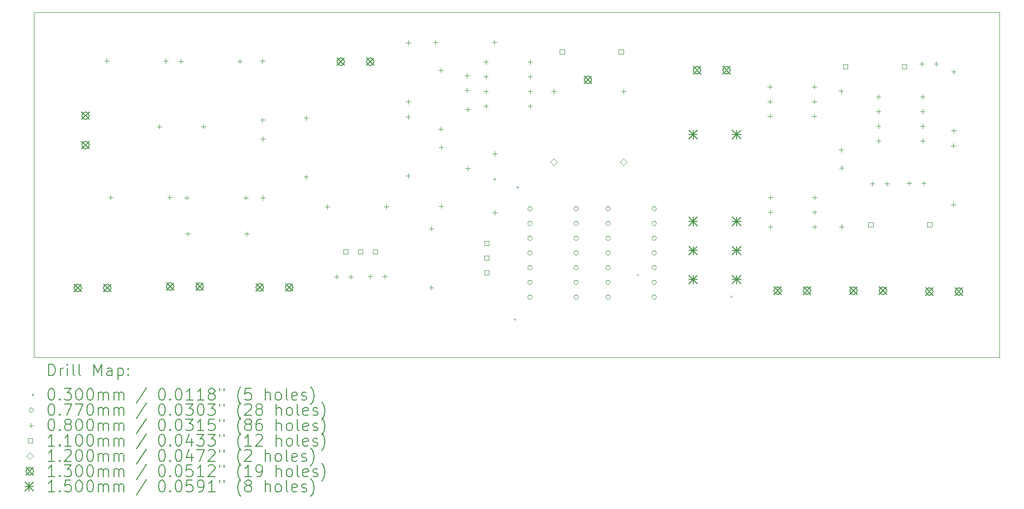
<source format=gbr>
%TF.GenerationSoftware,KiCad,Pcbnew,7.0.5*%
%TF.CreationDate,2023-12-24T17:16:57+05:30*%
%TF.ProjectId,TSALv3,5453414c-7633-42e6-9b69-6361645f7063,rev?*%
%TF.SameCoordinates,Original*%
%TF.FileFunction,Drillmap*%
%TF.FilePolarity,Positive*%
%FSLAX45Y45*%
G04 Gerber Fmt 4.5, Leading zero omitted, Abs format (unit mm)*
G04 Created by KiCad (PCBNEW 7.0.5) date 2023-12-24 17:16:57*
%MOMM*%
%LPD*%
G01*
G04 APERTURE LIST*
%ADD10C,0.050000*%
%ADD11C,0.200000*%
%ADD12C,0.030000*%
%ADD13C,0.077000*%
%ADD14C,0.080000*%
%ADD15C,0.110000*%
%ADD16C,0.120000*%
%ADD17C,0.130000*%
%ADD18C,0.150000*%
G04 APERTURE END LIST*
D10*
X6047740Y-2941320D02*
X22687280Y-2941320D01*
X22687280Y-8897620D01*
X6047740Y-8897620D01*
X6047740Y-2941320D01*
D11*
D12*
X13975320Y-5804140D02*
X14005320Y-5834140D01*
X14005320Y-5804140D02*
X13975320Y-5834140D01*
X14320760Y-8224760D02*
X14350760Y-8254760D01*
X14350760Y-8224760D02*
X14320760Y-8254760D01*
X14366480Y-5946380D02*
X14396480Y-5976380D01*
X14396480Y-5946380D02*
X14366480Y-5976380D01*
X16444200Y-7455140D02*
X16474200Y-7485140D01*
X16474200Y-7455140D02*
X16444200Y-7485140D01*
X18049480Y-7828520D02*
X18079480Y-7858520D01*
X18079480Y-7828520D02*
X18049480Y-7858520D01*
D13*
X14638590Y-6332220D02*
G75*
G03*
X14638590Y-6332220I-38500J0D01*
G01*
X14638590Y-6586220D02*
G75*
G03*
X14638590Y-6586220I-38500J0D01*
G01*
X14638590Y-6840220D02*
G75*
G03*
X14638590Y-6840220I-38500J0D01*
G01*
X14638590Y-7094220D02*
G75*
G03*
X14638590Y-7094220I-38500J0D01*
G01*
X14638590Y-7348220D02*
G75*
G03*
X14638590Y-7348220I-38500J0D01*
G01*
X14638590Y-7602220D02*
G75*
G03*
X14638590Y-7602220I-38500J0D01*
G01*
X14638590Y-7856220D02*
G75*
G03*
X14638590Y-7856220I-38500J0D01*
G01*
X15432590Y-6332220D02*
G75*
G03*
X15432590Y-6332220I-38500J0D01*
G01*
X15432590Y-6586220D02*
G75*
G03*
X15432590Y-6586220I-38500J0D01*
G01*
X15432590Y-6840220D02*
G75*
G03*
X15432590Y-6840220I-38500J0D01*
G01*
X15432590Y-7094220D02*
G75*
G03*
X15432590Y-7094220I-38500J0D01*
G01*
X15432590Y-7348220D02*
G75*
G03*
X15432590Y-7348220I-38500J0D01*
G01*
X15432590Y-7602220D02*
G75*
G03*
X15432590Y-7602220I-38500J0D01*
G01*
X15432590Y-7856220D02*
G75*
G03*
X15432590Y-7856220I-38500J0D01*
G01*
X15983860Y-6332220D02*
G75*
G03*
X15983860Y-6332220I-38500J0D01*
G01*
X15983860Y-6586220D02*
G75*
G03*
X15983860Y-6586220I-38500J0D01*
G01*
X15983860Y-6840220D02*
G75*
G03*
X15983860Y-6840220I-38500J0D01*
G01*
X15983860Y-7094220D02*
G75*
G03*
X15983860Y-7094220I-38500J0D01*
G01*
X15983860Y-7348220D02*
G75*
G03*
X15983860Y-7348220I-38500J0D01*
G01*
X15983860Y-7602220D02*
G75*
G03*
X15983860Y-7602220I-38500J0D01*
G01*
X15983860Y-7856220D02*
G75*
G03*
X15983860Y-7856220I-38500J0D01*
G01*
X16777860Y-6332220D02*
G75*
G03*
X16777860Y-6332220I-38500J0D01*
G01*
X16777860Y-6586220D02*
G75*
G03*
X16777860Y-6586220I-38500J0D01*
G01*
X16777860Y-6840220D02*
G75*
G03*
X16777860Y-6840220I-38500J0D01*
G01*
X16777860Y-7094220D02*
G75*
G03*
X16777860Y-7094220I-38500J0D01*
G01*
X16777860Y-7348220D02*
G75*
G03*
X16777860Y-7348220I-38500J0D01*
G01*
X16777860Y-7602220D02*
G75*
G03*
X16777860Y-7602220I-38500J0D01*
G01*
X16777860Y-7856220D02*
G75*
G03*
X16777860Y-7856220I-38500J0D01*
G01*
D14*
X7307580Y-3742060D02*
X7307580Y-3822060D01*
X7267580Y-3782060D02*
X7347580Y-3782060D01*
X7376160Y-6096640D02*
X7376160Y-6176640D01*
X7336160Y-6136640D02*
X7416160Y-6136640D01*
X8209280Y-4872360D02*
X8209280Y-4952360D01*
X8169280Y-4912360D02*
X8249280Y-4912360D01*
X8323580Y-3742060D02*
X8323580Y-3822060D01*
X8283580Y-3782060D02*
X8363580Y-3782060D01*
X8392160Y-6096640D02*
X8392160Y-6176640D01*
X8352160Y-6136640D02*
X8432160Y-6136640D01*
X8585200Y-3747140D02*
X8585200Y-3827140D01*
X8545200Y-3787140D02*
X8625200Y-3787140D01*
X8684260Y-6099180D02*
X8684260Y-6179180D01*
X8644260Y-6139180D02*
X8724260Y-6139180D01*
X8702040Y-6724020D02*
X8702040Y-6804020D01*
X8662040Y-6764020D02*
X8742040Y-6764020D01*
X8971280Y-4872360D02*
X8971280Y-4952360D01*
X8931280Y-4912360D02*
X9011280Y-4912360D01*
X9601200Y-3747140D02*
X9601200Y-3827140D01*
X9561200Y-3787140D02*
X9641200Y-3787140D01*
X9700260Y-6099180D02*
X9700260Y-6179180D01*
X9660260Y-6139180D02*
X9740260Y-6139180D01*
X9718040Y-6724020D02*
X9718040Y-6804020D01*
X9678040Y-6764020D02*
X9758040Y-6764020D01*
X9992360Y-3744600D02*
X9992360Y-3824600D01*
X9952360Y-3784600D02*
X10032360Y-3784600D01*
X9992360Y-4760600D02*
X9992360Y-4840600D01*
X9952360Y-4800600D02*
X10032360Y-4800600D01*
X9997440Y-5085720D02*
X9997440Y-5165720D01*
X9957440Y-5125720D02*
X10037440Y-5125720D01*
X9997440Y-6101720D02*
X9997440Y-6181720D01*
X9957440Y-6141720D02*
X10037440Y-6141720D01*
X10739120Y-4725040D02*
X10739120Y-4805040D01*
X10699120Y-4765040D02*
X10779120Y-4765040D01*
X10739120Y-5741040D02*
X10739120Y-5821040D01*
X10699120Y-5781040D02*
X10779120Y-5781040D01*
X11107420Y-6254120D02*
X11107420Y-6334120D01*
X11067420Y-6294120D02*
X11147420Y-6294120D01*
X11264360Y-7463160D02*
X11264360Y-7543160D01*
X11224360Y-7503160D02*
X11304360Y-7503160D01*
X11514360Y-7463160D02*
X11514360Y-7543160D01*
X11474360Y-7503160D02*
X11554360Y-7503160D01*
X11846020Y-7460620D02*
X11846020Y-7540620D01*
X11806020Y-7500620D02*
X11886020Y-7500620D01*
X12096020Y-7460620D02*
X12096020Y-7540620D01*
X12056020Y-7500620D02*
X12136020Y-7500620D01*
X12123420Y-6254120D02*
X12123420Y-6334120D01*
X12083420Y-6294120D02*
X12163420Y-6294120D01*
X12499340Y-4707260D02*
X12499340Y-4787260D01*
X12459340Y-4747260D02*
X12539340Y-4747260D01*
X12499340Y-5723260D02*
X12499340Y-5803260D01*
X12459340Y-5763260D02*
X12539340Y-5763260D01*
X12504420Y-3427100D02*
X12504420Y-3507100D01*
X12464420Y-3467100D02*
X12544420Y-3467100D01*
X12504420Y-4443100D02*
X12504420Y-4523100D01*
X12464420Y-4483100D02*
X12544420Y-4483100D01*
X12898120Y-6632580D02*
X12898120Y-6712580D01*
X12858120Y-6672580D02*
X12938120Y-6672580D01*
X12898120Y-7648580D02*
X12898120Y-7728580D01*
X12858120Y-7688580D02*
X12938120Y-7688580D01*
X12971780Y-3422020D02*
X12971780Y-3502020D01*
X12931780Y-3462020D02*
X13011780Y-3462020D01*
X13063220Y-3899540D02*
X13063220Y-3979540D01*
X13023220Y-3939540D02*
X13103220Y-3939540D01*
X13063220Y-4915540D02*
X13063220Y-4995540D01*
X13023220Y-4955540D02*
X13103220Y-4955540D01*
X13068300Y-5227960D02*
X13068300Y-5307960D01*
X13028300Y-5267960D02*
X13108300Y-5267960D01*
X13068300Y-6243960D02*
X13068300Y-6323960D01*
X13028300Y-6283960D02*
X13108300Y-6283960D01*
X13513800Y-3996520D02*
X13513800Y-4076520D01*
X13473800Y-4036520D02*
X13553800Y-4036520D01*
X13513800Y-4246520D02*
X13513800Y-4326520D01*
X13473800Y-4286520D02*
X13553800Y-4286520D01*
X13528040Y-4580260D02*
X13528040Y-4660260D01*
X13488040Y-4620260D02*
X13568040Y-4620260D01*
X13528040Y-5596260D02*
X13528040Y-5676260D01*
X13488040Y-5636260D02*
X13568040Y-5636260D01*
X13838920Y-3760840D02*
X13838920Y-3840840D01*
X13798920Y-3800840D02*
X13878920Y-3800840D01*
X13838920Y-4014840D02*
X13838920Y-4094840D01*
X13798920Y-4054840D02*
X13878920Y-4054840D01*
X13838920Y-4268840D02*
X13838920Y-4348840D01*
X13798920Y-4308840D02*
X13878920Y-4308840D01*
X13838920Y-4522840D02*
X13838920Y-4602840D01*
X13798920Y-4562840D02*
X13878920Y-4562840D01*
X13987780Y-3422020D02*
X13987780Y-3502020D01*
X13947780Y-3462020D02*
X14027780Y-3462020D01*
X13992860Y-5342260D02*
X13992860Y-5422260D01*
X13952860Y-5382260D02*
X14032860Y-5382260D01*
X13992860Y-6358260D02*
X13992860Y-6438260D01*
X13952860Y-6398260D02*
X14032860Y-6398260D01*
X14600920Y-3760840D02*
X14600920Y-3840840D01*
X14560920Y-3800840D02*
X14640920Y-3800840D01*
X14600920Y-4014840D02*
X14600920Y-4094840D01*
X14560920Y-4054840D02*
X14640920Y-4054840D01*
X14600920Y-4268840D02*
X14600920Y-4348840D01*
X14560920Y-4308840D02*
X14640920Y-4308840D01*
X14600920Y-4522840D02*
X14600920Y-4602840D01*
X14560920Y-4562840D02*
X14640920Y-4562840D01*
X15010280Y-4267040D02*
X15010280Y-4347040D01*
X14970280Y-4307040D02*
X15050280Y-4307040D01*
X16210280Y-4267040D02*
X16210280Y-4347040D01*
X16170280Y-4307040D02*
X16250280Y-4307040D01*
X18736040Y-4185520D02*
X18736040Y-4265520D01*
X18696040Y-4225520D02*
X18776040Y-4225520D01*
X18736040Y-4439520D02*
X18736040Y-4519520D01*
X18696040Y-4479520D02*
X18776040Y-4479520D01*
X18736040Y-4693520D02*
X18736040Y-4773520D01*
X18696040Y-4733520D02*
X18776040Y-4733520D01*
X18741120Y-6098140D02*
X18741120Y-6178140D01*
X18701120Y-6138140D02*
X18781120Y-6138140D01*
X18741120Y-6352140D02*
X18741120Y-6432140D01*
X18701120Y-6392140D02*
X18781120Y-6392140D01*
X18741120Y-6606140D02*
X18741120Y-6686140D01*
X18701120Y-6646140D02*
X18781120Y-6646140D01*
X19498040Y-4185520D02*
X19498040Y-4265520D01*
X19458040Y-4225520D02*
X19538040Y-4225520D01*
X19498040Y-4439520D02*
X19498040Y-4519520D01*
X19458040Y-4479520D02*
X19538040Y-4479520D01*
X19498040Y-4693520D02*
X19498040Y-4773520D01*
X19458040Y-4733520D02*
X19538040Y-4733520D01*
X19503120Y-6098140D02*
X19503120Y-6178140D01*
X19463120Y-6138140D02*
X19543120Y-6138140D01*
X19503120Y-6352140D02*
X19503120Y-6432140D01*
X19463120Y-6392140D02*
X19543120Y-6392140D01*
X19503120Y-6606140D02*
X19503120Y-6686140D01*
X19463120Y-6646140D02*
X19543120Y-6646140D01*
X19959320Y-4260220D02*
X19959320Y-4340220D01*
X19919320Y-4300220D02*
X19999320Y-4300220D01*
X19959320Y-5276220D02*
X19959320Y-5356220D01*
X19919320Y-5316220D02*
X19999320Y-5316220D01*
X19966940Y-5586100D02*
X19966940Y-5666100D01*
X19926940Y-5626100D02*
X20006940Y-5626100D01*
X19966940Y-6602100D02*
X19966940Y-6682100D01*
X19926940Y-6642100D02*
X20006940Y-6642100D01*
X20499800Y-5860420D02*
X20499800Y-5940420D01*
X20459800Y-5900420D02*
X20539800Y-5900420D01*
X20602940Y-4360280D02*
X20602940Y-4440280D01*
X20562940Y-4400280D02*
X20642940Y-4400280D01*
X20602940Y-4614280D02*
X20602940Y-4694280D01*
X20562940Y-4654280D02*
X20642940Y-4654280D01*
X20602940Y-4868280D02*
X20602940Y-4948280D01*
X20562940Y-4908280D02*
X20642940Y-4908280D01*
X20602940Y-5122280D02*
X20602940Y-5202280D01*
X20562940Y-5162280D02*
X20642940Y-5162280D01*
X20749800Y-5860420D02*
X20749800Y-5940420D01*
X20709800Y-5900420D02*
X20789800Y-5900420D01*
X21132260Y-5852800D02*
X21132260Y-5932800D01*
X21092260Y-5892800D02*
X21172260Y-5892800D01*
X21350700Y-3790320D02*
X21350700Y-3870320D01*
X21310700Y-3830320D02*
X21390700Y-3830320D01*
X21364940Y-4360280D02*
X21364940Y-4440280D01*
X21324940Y-4400280D02*
X21404940Y-4400280D01*
X21364940Y-4614280D02*
X21364940Y-4694280D01*
X21324940Y-4654280D02*
X21404940Y-4654280D01*
X21364940Y-4868280D02*
X21364940Y-4948280D01*
X21324940Y-4908280D02*
X21404940Y-4908280D01*
X21364940Y-5122280D02*
X21364940Y-5202280D01*
X21324940Y-5162280D02*
X21404940Y-5162280D01*
X21382260Y-5852800D02*
X21382260Y-5932800D01*
X21342260Y-5892800D02*
X21422260Y-5892800D01*
X21600700Y-3790320D02*
X21600700Y-3870320D01*
X21560700Y-3830320D02*
X21640700Y-3830320D01*
X21892260Y-5202560D02*
X21892260Y-5282560D01*
X21852260Y-5242560D02*
X21932260Y-5242560D01*
X21892260Y-6218560D02*
X21892260Y-6298560D01*
X21852260Y-6258560D02*
X21932260Y-6258560D01*
X21899880Y-3930020D02*
X21899880Y-4010020D01*
X21859880Y-3970020D02*
X21939880Y-3970020D01*
X21899880Y-4946020D02*
X21899880Y-5026020D01*
X21859880Y-4986020D02*
X21939880Y-4986020D01*
D15*
X11463811Y-7107711D02*
X11463811Y-7029929D01*
X11386029Y-7029929D01*
X11386029Y-7107711D01*
X11463811Y-7107711D01*
X11717811Y-7107711D02*
X11717811Y-7029929D01*
X11640029Y-7029929D01*
X11640029Y-7107711D01*
X11717811Y-7107711D01*
X11971811Y-7107711D02*
X11971811Y-7029929D01*
X11894029Y-7029929D01*
X11894029Y-7107711D01*
X11971811Y-7107711D01*
X13892571Y-6968011D02*
X13892571Y-6890229D01*
X13814789Y-6890229D01*
X13814789Y-6968011D01*
X13892571Y-6968011D01*
X13892571Y-7222011D02*
X13892571Y-7144229D01*
X13814789Y-7144229D01*
X13814789Y-7222011D01*
X13892571Y-7222011D01*
X13892571Y-7476011D02*
X13892571Y-7398229D01*
X13814789Y-7398229D01*
X13814789Y-7476011D01*
X13892571Y-7476011D01*
X15192531Y-3666011D02*
X15192531Y-3588229D01*
X15114749Y-3588229D01*
X15114749Y-3666011D01*
X15192531Y-3666011D01*
X16208531Y-3666011D02*
X16208531Y-3588229D01*
X16130749Y-3588229D01*
X16130749Y-3666011D01*
X16208531Y-3666011D01*
X20074411Y-3920011D02*
X20074411Y-3842229D01*
X19996629Y-3842229D01*
X19996629Y-3920011D01*
X20074411Y-3920011D01*
X20508751Y-6645431D02*
X20508751Y-6567649D01*
X20430969Y-6567649D01*
X20430969Y-6645431D01*
X20508751Y-6645431D01*
X21090411Y-3920011D02*
X21090411Y-3842229D01*
X21012629Y-3842229D01*
X21012629Y-3920011D01*
X21090411Y-3920011D01*
X21524751Y-6645431D02*
X21524751Y-6567649D01*
X21446969Y-6567649D01*
X21446969Y-6645431D01*
X21524751Y-6645431D01*
D16*
X15010280Y-5587040D02*
X15070280Y-5527040D01*
X15010280Y-5467040D01*
X14950280Y-5527040D01*
X15010280Y-5587040D01*
X16210280Y-5587040D02*
X16270280Y-5527040D01*
X16210280Y-5467040D01*
X16150280Y-5527040D01*
X16210280Y-5587040D01*
D17*
X6742200Y-7633740D02*
X6872200Y-7763740D01*
X6872200Y-7633740D02*
X6742200Y-7763740D01*
X6872200Y-7698740D02*
G75*
G03*
X6872200Y-7698740I-65000J0D01*
G01*
X6876800Y-4661440D02*
X7006800Y-4791440D01*
X7006800Y-4661440D02*
X6876800Y-4791440D01*
X7006800Y-4726440D02*
G75*
G03*
X7006800Y-4726440I-65000J0D01*
G01*
X6876800Y-5169440D02*
X7006800Y-5299440D01*
X7006800Y-5169440D02*
X6876800Y-5299440D01*
X7006800Y-5234440D02*
G75*
G03*
X7006800Y-5234440I-65000J0D01*
G01*
X7250200Y-7633740D02*
X7380200Y-7763740D01*
X7380200Y-7633740D02*
X7250200Y-7763740D01*
X7380200Y-7698740D02*
G75*
G03*
X7380200Y-7698740I-65000J0D01*
G01*
X8334780Y-7608340D02*
X8464780Y-7738340D01*
X8464780Y-7608340D02*
X8334780Y-7738340D01*
X8464780Y-7673340D02*
G75*
G03*
X8464780Y-7673340I-65000J0D01*
G01*
X8842780Y-7608340D02*
X8972780Y-7738340D01*
X8972780Y-7608340D02*
X8842780Y-7738340D01*
X8972780Y-7673340D02*
G75*
G03*
X8972780Y-7673340I-65000J0D01*
G01*
X9879100Y-7623580D02*
X10009100Y-7753580D01*
X10009100Y-7623580D02*
X9879100Y-7753580D01*
X10009100Y-7688580D02*
G75*
G03*
X10009100Y-7688580I-65000J0D01*
G01*
X10387100Y-7623580D02*
X10517100Y-7753580D01*
X10517100Y-7623580D02*
X10387100Y-7753580D01*
X10517100Y-7688580D02*
G75*
G03*
X10517100Y-7688580I-65000J0D01*
G01*
X11274060Y-3729740D02*
X11404060Y-3859740D01*
X11404060Y-3729740D02*
X11274060Y-3859740D01*
X11404060Y-3794740D02*
G75*
G03*
X11404060Y-3794740I-65000J0D01*
G01*
X11782060Y-3729740D02*
X11912060Y-3859740D01*
X11912060Y-3729740D02*
X11782060Y-3859740D01*
X11912060Y-3794740D02*
G75*
G03*
X11912060Y-3794740I-65000J0D01*
G01*
X15533280Y-4042040D02*
X15663280Y-4172040D01*
X15663280Y-4042040D02*
X15533280Y-4172040D01*
X15663280Y-4107040D02*
G75*
G03*
X15663280Y-4107040I-65000J0D01*
G01*
X17413240Y-3877060D02*
X17543240Y-4007060D01*
X17543240Y-3877060D02*
X17413240Y-4007060D01*
X17543240Y-3942060D02*
G75*
G03*
X17543240Y-3942060I-65000J0D01*
G01*
X17921240Y-3877060D02*
X18051240Y-4007060D01*
X18051240Y-3877060D02*
X17921240Y-4007060D01*
X18051240Y-3942060D02*
G75*
G03*
X18051240Y-3942060I-65000J0D01*
G01*
X18801620Y-7679480D02*
X18931620Y-7809480D01*
X18931620Y-7679480D02*
X18801620Y-7809480D01*
X18931620Y-7744480D02*
G75*
G03*
X18931620Y-7744480I-65000J0D01*
G01*
X19309620Y-7679480D02*
X19439620Y-7809480D01*
X19439620Y-7679480D02*
X19309620Y-7809480D01*
X19439620Y-7744480D02*
G75*
G03*
X19439620Y-7744480I-65000J0D01*
G01*
X20109720Y-7679480D02*
X20239720Y-7809480D01*
X20239720Y-7679480D02*
X20109720Y-7809480D01*
X20239720Y-7744480D02*
G75*
G03*
X20239720Y-7744480I-65000J0D01*
G01*
X20617720Y-7679480D02*
X20747720Y-7809480D01*
X20747720Y-7679480D02*
X20617720Y-7809480D01*
X20747720Y-7744480D02*
G75*
G03*
X20747720Y-7744480I-65000J0D01*
G01*
X21417820Y-7694720D02*
X21547820Y-7824720D01*
X21547820Y-7694720D02*
X21417820Y-7824720D01*
X21547820Y-7759720D02*
G75*
G03*
X21547820Y-7759720I-65000J0D01*
G01*
X21925820Y-7694720D02*
X22055820Y-7824720D01*
X22055820Y-7694720D02*
X21925820Y-7824720D01*
X22055820Y-7759720D02*
G75*
G03*
X22055820Y-7759720I-65000J0D01*
G01*
D18*
X17335910Y-4977250D02*
X17485910Y-5127250D01*
X17485910Y-4977250D02*
X17335910Y-5127250D01*
X17410910Y-4977250D02*
X17410910Y-5127250D01*
X17335910Y-5052250D02*
X17485910Y-5052250D01*
X17335910Y-6477250D02*
X17485910Y-6627250D01*
X17485910Y-6477250D02*
X17335910Y-6627250D01*
X17410910Y-6477250D02*
X17410910Y-6627250D01*
X17335910Y-6552250D02*
X17485910Y-6552250D01*
X17335910Y-6977250D02*
X17485910Y-7127250D01*
X17485910Y-6977250D02*
X17335910Y-7127250D01*
X17410910Y-6977250D02*
X17410910Y-7127250D01*
X17335910Y-7052250D02*
X17485910Y-7052250D01*
X17335910Y-7477250D02*
X17485910Y-7627250D01*
X17485910Y-7477250D02*
X17335910Y-7627250D01*
X17410910Y-7477250D02*
X17410910Y-7627250D01*
X17335910Y-7552250D02*
X17485910Y-7552250D01*
X18085910Y-4977250D02*
X18235910Y-5127250D01*
X18235910Y-4977250D02*
X18085910Y-5127250D01*
X18160910Y-4977250D02*
X18160910Y-5127250D01*
X18085910Y-5052250D02*
X18235910Y-5052250D01*
X18085910Y-6477250D02*
X18235910Y-6627250D01*
X18235910Y-6477250D02*
X18085910Y-6627250D01*
X18160910Y-6477250D02*
X18160910Y-6627250D01*
X18085910Y-6552250D02*
X18235910Y-6552250D01*
X18085910Y-6977250D02*
X18235910Y-7127250D01*
X18235910Y-6977250D02*
X18085910Y-7127250D01*
X18160910Y-6977250D02*
X18160910Y-7127250D01*
X18085910Y-7052250D02*
X18235910Y-7052250D01*
X18085910Y-7477250D02*
X18235910Y-7627250D01*
X18235910Y-7477250D02*
X18085910Y-7627250D01*
X18160910Y-7477250D02*
X18160910Y-7627250D01*
X18085910Y-7552250D02*
X18235910Y-7552250D01*
D11*
X6306017Y-9211604D02*
X6306017Y-9011604D01*
X6306017Y-9011604D02*
X6353636Y-9011604D01*
X6353636Y-9011604D02*
X6382207Y-9021128D01*
X6382207Y-9021128D02*
X6401255Y-9040175D01*
X6401255Y-9040175D02*
X6410779Y-9059223D01*
X6410779Y-9059223D02*
X6420302Y-9097318D01*
X6420302Y-9097318D02*
X6420302Y-9125890D01*
X6420302Y-9125890D02*
X6410779Y-9163985D01*
X6410779Y-9163985D02*
X6401255Y-9183032D01*
X6401255Y-9183032D02*
X6382207Y-9202080D01*
X6382207Y-9202080D02*
X6353636Y-9211604D01*
X6353636Y-9211604D02*
X6306017Y-9211604D01*
X6506017Y-9211604D02*
X6506017Y-9078270D01*
X6506017Y-9116366D02*
X6515541Y-9097318D01*
X6515541Y-9097318D02*
X6525064Y-9087794D01*
X6525064Y-9087794D02*
X6544112Y-9078270D01*
X6544112Y-9078270D02*
X6563160Y-9078270D01*
X6629826Y-9211604D02*
X6629826Y-9078270D01*
X6629826Y-9011604D02*
X6620302Y-9021128D01*
X6620302Y-9021128D02*
X6629826Y-9030651D01*
X6629826Y-9030651D02*
X6639350Y-9021128D01*
X6639350Y-9021128D02*
X6629826Y-9011604D01*
X6629826Y-9011604D02*
X6629826Y-9030651D01*
X6753636Y-9211604D02*
X6734588Y-9202080D01*
X6734588Y-9202080D02*
X6725064Y-9183032D01*
X6725064Y-9183032D02*
X6725064Y-9011604D01*
X6858398Y-9211604D02*
X6839350Y-9202080D01*
X6839350Y-9202080D02*
X6829826Y-9183032D01*
X6829826Y-9183032D02*
X6829826Y-9011604D01*
X7086969Y-9211604D02*
X7086969Y-9011604D01*
X7086969Y-9011604D02*
X7153636Y-9154461D01*
X7153636Y-9154461D02*
X7220302Y-9011604D01*
X7220302Y-9011604D02*
X7220302Y-9211604D01*
X7401255Y-9211604D02*
X7401255Y-9106842D01*
X7401255Y-9106842D02*
X7391731Y-9087794D01*
X7391731Y-9087794D02*
X7372683Y-9078270D01*
X7372683Y-9078270D02*
X7334588Y-9078270D01*
X7334588Y-9078270D02*
X7315541Y-9087794D01*
X7401255Y-9202080D02*
X7382207Y-9211604D01*
X7382207Y-9211604D02*
X7334588Y-9211604D01*
X7334588Y-9211604D02*
X7315541Y-9202080D01*
X7315541Y-9202080D02*
X7306017Y-9183032D01*
X7306017Y-9183032D02*
X7306017Y-9163985D01*
X7306017Y-9163985D02*
X7315541Y-9144937D01*
X7315541Y-9144937D02*
X7334588Y-9135413D01*
X7334588Y-9135413D02*
X7382207Y-9135413D01*
X7382207Y-9135413D02*
X7401255Y-9125890D01*
X7496493Y-9078270D02*
X7496493Y-9278270D01*
X7496493Y-9087794D02*
X7515541Y-9078270D01*
X7515541Y-9078270D02*
X7553636Y-9078270D01*
X7553636Y-9078270D02*
X7572683Y-9087794D01*
X7572683Y-9087794D02*
X7582207Y-9097318D01*
X7582207Y-9097318D02*
X7591731Y-9116366D01*
X7591731Y-9116366D02*
X7591731Y-9173509D01*
X7591731Y-9173509D02*
X7582207Y-9192556D01*
X7582207Y-9192556D02*
X7572683Y-9202080D01*
X7572683Y-9202080D02*
X7553636Y-9211604D01*
X7553636Y-9211604D02*
X7515541Y-9211604D01*
X7515541Y-9211604D02*
X7496493Y-9202080D01*
X7677445Y-9192556D02*
X7686969Y-9202080D01*
X7686969Y-9202080D02*
X7677445Y-9211604D01*
X7677445Y-9211604D02*
X7667922Y-9202080D01*
X7667922Y-9202080D02*
X7677445Y-9192556D01*
X7677445Y-9192556D02*
X7677445Y-9211604D01*
X7677445Y-9087794D02*
X7686969Y-9097318D01*
X7686969Y-9097318D02*
X7677445Y-9106842D01*
X7677445Y-9106842D02*
X7667922Y-9097318D01*
X7667922Y-9097318D02*
X7677445Y-9087794D01*
X7677445Y-9087794D02*
X7677445Y-9106842D01*
D12*
X6015240Y-9525120D02*
X6045240Y-9555120D01*
X6045240Y-9525120D02*
X6015240Y-9555120D01*
D11*
X6344112Y-9431604D02*
X6363160Y-9431604D01*
X6363160Y-9431604D02*
X6382207Y-9441128D01*
X6382207Y-9441128D02*
X6391731Y-9450651D01*
X6391731Y-9450651D02*
X6401255Y-9469699D01*
X6401255Y-9469699D02*
X6410779Y-9507794D01*
X6410779Y-9507794D02*
X6410779Y-9555413D01*
X6410779Y-9555413D02*
X6401255Y-9593509D01*
X6401255Y-9593509D02*
X6391731Y-9612556D01*
X6391731Y-9612556D02*
X6382207Y-9622080D01*
X6382207Y-9622080D02*
X6363160Y-9631604D01*
X6363160Y-9631604D02*
X6344112Y-9631604D01*
X6344112Y-9631604D02*
X6325064Y-9622080D01*
X6325064Y-9622080D02*
X6315541Y-9612556D01*
X6315541Y-9612556D02*
X6306017Y-9593509D01*
X6306017Y-9593509D02*
X6296493Y-9555413D01*
X6296493Y-9555413D02*
X6296493Y-9507794D01*
X6296493Y-9507794D02*
X6306017Y-9469699D01*
X6306017Y-9469699D02*
X6315541Y-9450651D01*
X6315541Y-9450651D02*
X6325064Y-9441128D01*
X6325064Y-9441128D02*
X6344112Y-9431604D01*
X6496493Y-9612556D02*
X6506017Y-9622080D01*
X6506017Y-9622080D02*
X6496493Y-9631604D01*
X6496493Y-9631604D02*
X6486969Y-9622080D01*
X6486969Y-9622080D02*
X6496493Y-9612556D01*
X6496493Y-9612556D02*
X6496493Y-9631604D01*
X6572683Y-9431604D02*
X6696493Y-9431604D01*
X6696493Y-9431604D02*
X6629826Y-9507794D01*
X6629826Y-9507794D02*
X6658398Y-9507794D01*
X6658398Y-9507794D02*
X6677445Y-9517318D01*
X6677445Y-9517318D02*
X6686969Y-9526842D01*
X6686969Y-9526842D02*
X6696493Y-9545890D01*
X6696493Y-9545890D02*
X6696493Y-9593509D01*
X6696493Y-9593509D02*
X6686969Y-9612556D01*
X6686969Y-9612556D02*
X6677445Y-9622080D01*
X6677445Y-9622080D02*
X6658398Y-9631604D01*
X6658398Y-9631604D02*
X6601255Y-9631604D01*
X6601255Y-9631604D02*
X6582207Y-9622080D01*
X6582207Y-9622080D02*
X6572683Y-9612556D01*
X6820302Y-9431604D02*
X6839350Y-9431604D01*
X6839350Y-9431604D02*
X6858398Y-9441128D01*
X6858398Y-9441128D02*
X6867922Y-9450651D01*
X6867922Y-9450651D02*
X6877445Y-9469699D01*
X6877445Y-9469699D02*
X6886969Y-9507794D01*
X6886969Y-9507794D02*
X6886969Y-9555413D01*
X6886969Y-9555413D02*
X6877445Y-9593509D01*
X6877445Y-9593509D02*
X6867922Y-9612556D01*
X6867922Y-9612556D02*
X6858398Y-9622080D01*
X6858398Y-9622080D02*
X6839350Y-9631604D01*
X6839350Y-9631604D02*
X6820302Y-9631604D01*
X6820302Y-9631604D02*
X6801255Y-9622080D01*
X6801255Y-9622080D02*
X6791731Y-9612556D01*
X6791731Y-9612556D02*
X6782207Y-9593509D01*
X6782207Y-9593509D02*
X6772683Y-9555413D01*
X6772683Y-9555413D02*
X6772683Y-9507794D01*
X6772683Y-9507794D02*
X6782207Y-9469699D01*
X6782207Y-9469699D02*
X6791731Y-9450651D01*
X6791731Y-9450651D02*
X6801255Y-9441128D01*
X6801255Y-9441128D02*
X6820302Y-9431604D01*
X7010779Y-9431604D02*
X7029826Y-9431604D01*
X7029826Y-9431604D02*
X7048874Y-9441128D01*
X7048874Y-9441128D02*
X7058398Y-9450651D01*
X7058398Y-9450651D02*
X7067922Y-9469699D01*
X7067922Y-9469699D02*
X7077445Y-9507794D01*
X7077445Y-9507794D02*
X7077445Y-9555413D01*
X7077445Y-9555413D02*
X7067922Y-9593509D01*
X7067922Y-9593509D02*
X7058398Y-9612556D01*
X7058398Y-9612556D02*
X7048874Y-9622080D01*
X7048874Y-9622080D02*
X7029826Y-9631604D01*
X7029826Y-9631604D02*
X7010779Y-9631604D01*
X7010779Y-9631604D02*
X6991731Y-9622080D01*
X6991731Y-9622080D02*
X6982207Y-9612556D01*
X6982207Y-9612556D02*
X6972683Y-9593509D01*
X6972683Y-9593509D02*
X6963160Y-9555413D01*
X6963160Y-9555413D02*
X6963160Y-9507794D01*
X6963160Y-9507794D02*
X6972683Y-9469699D01*
X6972683Y-9469699D02*
X6982207Y-9450651D01*
X6982207Y-9450651D02*
X6991731Y-9441128D01*
X6991731Y-9441128D02*
X7010779Y-9431604D01*
X7163160Y-9631604D02*
X7163160Y-9498270D01*
X7163160Y-9517318D02*
X7172683Y-9507794D01*
X7172683Y-9507794D02*
X7191731Y-9498270D01*
X7191731Y-9498270D02*
X7220303Y-9498270D01*
X7220303Y-9498270D02*
X7239350Y-9507794D01*
X7239350Y-9507794D02*
X7248874Y-9526842D01*
X7248874Y-9526842D02*
X7248874Y-9631604D01*
X7248874Y-9526842D02*
X7258398Y-9507794D01*
X7258398Y-9507794D02*
X7277445Y-9498270D01*
X7277445Y-9498270D02*
X7306017Y-9498270D01*
X7306017Y-9498270D02*
X7325064Y-9507794D01*
X7325064Y-9507794D02*
X7334588Y-9526842D01*
X7334588Y-9526842D02*
X7334588Y-9631604D01*
X7429826Y-9631604D02*
X7429826Y-9498270D01*
X7429826Y-9517318D02*
X7439350Y-9507794D01*
X7439350Y-9507794D02*
X7458398Y-9498270D01*
X7458398Y-9498270D02*
X7486969Y-9498270D01*
X7486969Y-9498270D02*
X7506017Y-9507794D01*
X7506017Y-9507794D02*
X7515541Y-9526842D01*
X7515541Y-9526842D02*
X7515541Y-9631604D01*
X7515541Y-9526842D02*
X7525064Y-9507794D01*
X7525064Y-9507794D02*
X7544112Y-9498270D01*
X7544112Y-9498270D02*
X7572683Y-9498270D01*
X7572683Y-9498270D02*
X7591731Y-9507794D01*
X7591731Y-9507794D02*
X7601255Y-9526842D01*
X7601255Y-9526842D02*
X7601255Y-9631604D01*
X7991731Y-9422080D02*
X7820303Y-9679223D01*
X8248874Y-9431604D02*
X8267922Y-9431604D01*
X8267922Y-9431604D02*
X8286969Y-9441128D01*
X8286969Y-9441128D02*
X8296493Y-9450651D01*
X8296493Y-9450651D02*
X8306017Y-9469699D01*
X8306017Y-9469699D02*
X8315541Y-9507794D01*
X8315541Y-9507794D02*
X8315541Y-9555413D01*
X8315541Y-9555413D02*
X8306017Y-9593509D01*
X8306017Y-9593509D02*
X8296493Y-9612556D01*
X8296493Y-9612556D02*
X8286969Y-9622080D01*
X8286969Y-9622080D02*
X8267922Y-9631604D01*
X8267922Y-9631604D02*
X8248874Y-9631604D01*
X8248874Y-9631604D02*
X8229826Y-9622080D01*
X8229826Y-9622080D02*
X8220303Y-9612556D01*
X8220303Y-9612556D02*
X8210779Y-9593509D01*
X8210779Y-9593509D02*
X8201255Y-9555413D01*
X8201255Y-9555413D02*
X8201255Y-9507794D01*
X8201255Y-9507794D02*
X8210779Y-9469699D01*
X8210779Y-9469699D02*
X8220303Y-9450651D01*
X8220303Y-9450651D02*
X8229826Y-9441128D01*
X8229826Y-9441128D02*
X8248874Y-9431604D01*
X8401255Y-9612556D02*
X8410779Y-9622080D01*
X8410779Y-9622080D02*
X8401255Y-9631604D01*
X8401255Y-9631604D02*
X8391731Y-9622080D01*
X8391731Y-9622080D02*
X8401255Y-9612556D01*
X8401255Y-9612556D02*
X8401255Y-9631604D01*
X8534588Y-9431604D02*
X8553636Y-9431604D01*
X8553636Y-9431604D02*
X8572684Y-9441128D01*
X8572684Y-9441128D02*
X8582208Y-9450651D01*
X8582208Y-9450651D02*
X8591731Y-9469699D01*
X8591731Y-9469699D02*
X8601255Y-9507794D01*
X8601255Y-9507794D02*
X8601255Y-9555413D01*
X8601255Y-9555413D02*
X8591731Y-9593509D01*
X8591731Y-9593509D02*
X8582208Y-9612556D01*
X8582208Y-9612556D02*
X8572684Y-9622080D01*
X8572684Y-9622080D02*
X8553636Y-9631604D01*
X8553636Y-9631604D02*
X8534588Y-9631604D01*
X8534588Y-9631604D02*
X8515541Y-9622080D01*
X8515541Y-9622080D02*
X8506017Y-9612556D01*
X8506017Y-9612556D02*
X8496493Y-9593509D01*
X8496493Y-9593509D02*
X8486969Y-9555413D01*
X8486969Y-9555413D02*
X8486969Y-9507794D01*
X8486969Y-9507794D02*
X8496493Y-9469699D01*
X8496493Y-9469699D02*
X8506017Y-9450651D01*
X8506017Y-9450651D02*
X8515541Y-9441128D01*
X8515541Y-9441128D02*
X8534588Y-9431604D01*
X8791731Y-9631604D02*
X8677446Y-9631604D01*
X8734588Y-9631604D02*
X8734588Y-9431604D01*
X8734588Y-9431604D02*
X8715541Y-9460175D01*
X8715541Y-9460175D02*
X8696493Y-9479223D01*
X8696493Y-9479223D02*
X8677446Y-9488747D01*
X8982208Y-9631604D02*
X8867922Y-9631604D01*
X8925065Y-9631604D02*
X8925065Y-9431604D01*
X8925065Y-9431604D02*
X8906017Y-9460175D01*
X8906017Y-9460175D02*
X8886969Y-9479223D01*
X8886969Y-9479223D02*
X8867922Y-9488747D01*
X9096493Y-9517318D02*
X9077446Y-9507794D01*
X9077446Y-9507794D02*
X9067922Y-9498270D01*
X9067922Y-9498270D02*
X9058398Y-9479223D01*
X9058398Y-9479223D02*
X9058398Y-9469699D01*
X9058398Y-9469699D02*
X9067922Y-9450651D01*
X9067922Y-9450651D02*
X9077446Y-9441128D01*
X9077446Y-9441128D02*
X9096493Y-9431604D01*
X9096493Y-9431604D02*
X9134589Y-9431604D01*
X9134589Y-9431604D02*
X9153636Y-9441128D01*
X9153636Y-9441128D02*
X9163160Y-9450651D01*
X9163160Y-9450651D02*
X9172684Y-9469699D01*
X9172684Y-9469699D02*
X9172684Y-9479223D01*
X9172684Y-9479223D02*
X9163160Y-9498270D01*
X9163160Y-9498270D02*
X9153636Y-9507794D01*
X9153636Y-9507794D02*
X9134589Y-9517318D01*
X9134589Y-9517318D02*
X9096493Y-9517318D01*
X9096493Y-9517318D02*
X9077446Y-9526842D01*
X9077446Y-9526842D02*
X9067922Y-9536366D01*
X9067922Y-9536366D02*
X9058398Y-9555413D01*
X9058398Y-9555413D02*
X9058398Y-9593509D01*
X9058398Y-9593509D02*
X9067922Y-9612556D01*
X9067922Y-9612556D02*
X9077446Y-9622080D01*
X9077446Y-9622080D02*
X9096493Y-9631604D01*
X9096493Y-9631604D02*
X9134589Y-9631604D01*
X9134589Y-9631604D02*
X9153636Y-9622080D01*
X9153636Y-9622080D02*
X9163160Y-9612556D01*
X9163160Y-9612556D02*
X9172684Y-9593509D01*
X9172684Y-9593509D02*
X9172684Y-9555413D01*
X9172684Y-9555413D02*
X9163160Y-9536366D01*
X9163160Y-9536366D02*
X9153636Y-9526842D01*
X9153636Y-9526842D02*
X9134589Y-9517318D01*
X9248874Y-9431604D02*
X9248874Y-9469699D01*
X9325065Y-9431604D02*
X9325065Y-9469699D01*
X9620303Y-9707794D02*
X9610779Y-9698270D01*
X9610779Y-9698270D02*
X9591731Y-9669699D01*
X9591731Y-9669699D02*
X9582208Y-9650651D01*
X9582208Y-9650651D02*
X9572684Y-9622080D01*
X9572684Y-9622080D02*
X9563160Y-9574461D01*
X9563160Y-9574461D02*
X9563160Y-9536366D01*
X9563160Y-9536366D02*
X9572684Y-9488747D01*
X9572684Y-9488747D02*
X9582208Y-9460175D01*
X9582208Y-9460175D02*
X9591731Y-9441128D01*
X9591731Y-9441128D02*
X9610779Y-9412556D01*
X9610779Y-9412556D02*
X9620303Y-9403032D01*
X9791731Y-9431604D02*
X9696493Y-9431604D01*
X9696493Y-9431604D02*
X9686970Y-9526842D01*
X9686970Y-9526842D02*
X9696493Y-9517318D01*
X9696493Y-9517318D02*
X9715541Y-9507794D01*
X9715541Y-9507794D02*
X9763160Y-9507794D01*
X9763160Y-9507794D02*
X9782208Y-9517318D01*
X9782208Y-9517318D02*
X9791731Y-9526842D01*
X9791731Y-9526842D02*
X9801255Y-9545890D01*
X9801255Y-9545890D02*
X9801255Y-9593509D01*
X9801255Y-9593509D02*
X9791731Y-9612556D01*
X9791731Y-9612556D02*
X9782208Y-9622080D01*
X9782208Y-9622080D02*
X9763160Y-9631604D01*
X9763160Y-9631604D02*
X9715541Y-9631604D01*
X9715541Y-9631604D02*
X9696493Y-9622080D01*
X9696493Y-9622080D02*
X9686970Y-9612556D01*
X10039351Y-9631604D02*
X10039351Y-9431604D01*
X10125065Y-9631604D02*
X10125065Y-9526842D01*
X10125065Y-9526842D02*
X10115541Y-9507794D01*
X10115541Y-9507794D02*
X10096493Y-9498270D01*
X10096493Y-9498270D02*
X10067922Y-9498270D01*
X10067922Y-9498270D02*
X10048874Y-9507794D01*
X10048874Y-9507794D02*
X10039351Y-9517318D01*
X10248874Y-9631604D02*
X10229827Y-9622080D01*
X10229827Y-9622080D02*
X10220303Y-9612556D01*
X10220303Y-9612556D02*
X10210779Y-9593509D01*
X10210779Y-9593509D02*
X10210779Y-9536366D01*
X10210779Y-9536366D02*
X10220303Y-9517318D01*
X10220303Y-9517318D02*
X10229827Y-9507794D01*
X10229827Y-9507794D02*
X10248874Y-9498270D01*
X10248874Y-9498270D02*
X10277446Y-9498270D01*
X10277446Y-9498270D02*
X10296493Y-9507794D01*
X10296493Y-9507794D02*
X10306017Y-9517318D01*
X10306017Y-9517318D02*
X10315541Y-9536366D01*
X10315541Y-9536366D02*
X10315541Y-9593509D01*
X10315541Y-9593509D02*
X10306017Y-9612556D01*
X10306017Y-9612556D02*
X10296493Y-9622080D01*
X10296493Y-9622080D02*
X10277446Y-9631604D01*
X10277446Y-9631604D02*
X10248874Y-9631604D01*
X10429827Y-9631604D02*
X10410779Y-9622080D01*
X10410779Y-9622080D02*
X10401255Y-9603032D01*
X10401255Y-9603032D02*
X10401255Y-9431604D01*
X10582208Y-9622080D02*
X10563160Y-9631604D01*
X10563160Y-9631604D02*
X10525065Y-9631604D01*
X10525065Y-9631604D02*
X10506017Y-9622080D01*
X10506017Y-9622080D02*
X10496493Y-9603032D01*
X10496493Y-9603032D02*
X10496493Y-9526842D01*
X10496493Y-9526842D02*
X10506017Y-9507794D01*
X10506017Y-9507794D02*
X10525065Y-9498270D01*
X10525065Y-9498270D02*
X10563160Y-9498270D01*
X10563160Y-9498270D02*
X10582208Y-9507794D01*
X10582208Y-9507794D02*
X10591732Y-9526842D01*
X10591732Y-9526842D02*
X10591732Y-9545890D01*
X10591732Y-9545890D02*
X10496493Y-9564937D01*
X10667922Y-9622080D02*
X10686970Y-9631604D01*
X10686970Y-9631604D02*
X10725065Y-9631604D01*
X10725065Y-9631604D02*
X10744113Y-9622080D01*
X10744113Y-9622080D02*
X10753636Y-9603032D01*
X10753636Y-9603032D02*
X10753636Y-9593509D01*
X10753636Y-9593509D02*
X10744113Y-9574461D01*
X10744113Y-9574461D02*
X10725065Y-9564937D01*
X10725065Y-9564937D02*
X10696493Y-9564937D01*
X10696493Y-9564937D02*
X10677446Y-9555413D01*
X10677446Y-9555413D02*
X10667922Y-9536366D01*
X10667922Y-9536366D02*
X10667922Y-9526842D01*
X10667922Y-9526842D02*
X10677446Y-9507794D01*
X10677446Y-9507794D02*
X10696493Y-9498270D01*
X10696493Y-9498270D02*
X10725065Y-9498270D01*
X10725065Y-9498270D02*
X10744113Y-9507794D01*
X10820303Y-9707794D02*
X10829827Y-9698270D01*
X10829827Y-9698270D02*
X10848874Y-9669699D01*
X10848874Y-9669699D02*
X10858398Y-9650651D01*
X10858398Y-9650651D02*
X10867922Y-9622080D01*
X10867922Y-9622080D02*
X10877446Y-9574461D01*
X10877446Y-9574461D02*
X10877446Y-9536366D01*
X10877446Y-9536366D02*
X10867922Y-9488747D01*
X10867922Y-9488747D02*
X10858398Y-9460175D01*
X10858398Y-9460175D02*
X10848874Y-9441128D01*
X10848874Y-9441128D02*
X10829827Y-9412556D01*
X10829827Y-9412556D02*
X10820303Y-9403032D01*
D13*
X6045240Y-9804120D02*
G75*
G03*
X6045240Y-9804120I-38500J0D01*
G01*
D11*
X6344112Y-9695604D02*
X6363160Y-9695604D01*
X6363160Y-9695604D02*
X6382207Y-9705128D01*
X6382207Y-9705128D02*
X6391731Y-9714651D01*
X6391731Y-9714651D02*
X6401255Y-9733699D01*
X6401255Y-9733699D02*
X6410779Y-9771794D01*
X6410779Y-9771794D02*
X6410779Y-9819413D01*
X6410779Y-9819413D02*
X6401255Y-9857509D01*
X6401255Y-9857509D02*
X6391731Y-9876556D01*
X6391731Y-9876556D02*
X6382207Y-9886080D01*
X6382207Y-9886080D02*
X6363160Y-9895604D01*
X6363160Y-9895604D02*
X6344112Y-9895604D01*
X6344112Y-9895604D02*
X6325064Y-9886080D01*
X6325064Y-9886080D02*
X6315541Y-9876556D01*
X6315541Y-9876556D02*
X6306017Y-9857509D01*
X6306017Y-9857509D02*
X6296493Y-9819413D01*
X6296493Y-9819413D02*
X6296493Y-9771794D01*
X6296493Y-9771794D02*
X6306017Y-9733699D01*
X6306017Y-9733699D02*
X6315541Y-9714651D01*
X6315541Y-9714651D02*
X6325064Y-9705128D01*
X6325064Y-9705128D02*
X6344112Y-9695604D01*
X6496493Y-9876556D02*
X6506017Y-9886080D01*
X6506017Y-9886080D02*
X6496493Y-9895604D01*
X6496493Y-9895604D02*
X6486969Y-9886080D01*
X6486969Y-9886080D02*
X6496493Y-9876556D01*
X6496493Y-9876556D02*
X6496493Y-9895604D01*
X6572683Y-9695604D02*
X6706017Y-9695604D01*
X6706017Y-9695604D02*
X6620302Y-9895604D01*
X6763160Y-9695604D02*
X6896493Y-9695604D01*
X6896493Y-9695604D02*
X6810779Y-9895604D01*
X7010779Y-9695604D02*
X7029826Y-9695604D01*
X7029826Y-9695604D02*
X7048874Y-9705128D01*
X7048874Y-9705128D02*
X7058398Y-9714651D01*
X7058398Y-9714651D02*
X7067922Y-9733699D01*
X7067922Y-9733699D02*
X7077445Y-9771794D01*
X7077445Y-9771794D02*
X7077445Y-9819413D01*
X7077445Y-9819413D02*
X7067922Y-9857509D01*
X7067922Y-9857509D02*
X7058398Y-9876556D01*
X7058398Y-9876556D02*
X7048874Y-9886080D01*
X7048874Y-9886080D02*
X7029826Y-9895604D01*
X7029826Y-9895604D02*
X7010779Y-9895604D01*
X7010779Y-9895604D02*
X6991731Y-9886080D01*
X6991731Y-9886080D02*
X6982207Y-9876556D01*
X6982207Y-9876556D02*
X6972683Y-9857509D01*
X6972683Y-9857509D02*
X6963160Y-9819413D01*
X6963160Y-9819413D02*
X6963160Y-9771794D01*
X6963160Y-9771794D02*
X6972683Y-9733699D01*
X6972683Y-9733699D02*
X6982207Y-9714651D01*
X6982207Y-9714651D02*
X6991731Y-9705128D01*
X6991731Y-9705128D02*
X7010779Y-9695604D01*
X7163160Y-9895604D02*
X7163160Y-9762270D01*
X7163160Y-9781318D02*
X7172683Y-9771794D01*
X7172683Y-9771794D02*
X7191731Y-9762270D01*
X7191731Y-9762270D02*
X7220303Y-9762270D01*
X7220303Y-9762270D02*
X7239350Y-9771794D01*
X7239350Y-9771794D02*
X7248874Y-9790842D01*
X7248874Y-9790842D02*
X7248874Y-9895604D01*
X7248874Y-9790842D02*
X7258398Y-9771794D01*
X7258398Y-9771794D02*
X7277445Y-9762270D01*
X7277445Y-9762270D02*
X7306017Y-9762270D01*
X7306017Y-9762270D02*
X7325064Y-9771794D01*
X7325064Y-9771794D02*
X7334588Y-9790842D01*
X7334588Y-9790842D02*
X7334588Y-9895604D01*
X7429826Y-9895604D02*
X7429826Y-9762270D01*
X7429826Y-9781318D02*
X7439350Y-9771794D01*
X7439350Y-9771794D02*
X7458398Y-9762270D01*
X7458398Y-9762270D02*
X7486969Y-9762270D01*
X7486969Y-9762270D02*
X7506017Y-9771794D01*
X7506017Y-9771794D02*
X7515541Y-9790842D01*
X7515541Y-9790842D02*
X7515541Y-9895604D01*
X7515541Y-9790842D02*
X7525064Y-9771794D01*
X7525064Y-9771794D02*
X7544112Y-9762270D01*
X7544112Y-9762270D02*
X7572683Y-9762270D01*
X7572683Y-9762270D02*
X7591731Y-9771794D01*
X7591731Y-9771794D02*
X7601255Y-9790842D01*
X7601255Y-9790842D02*
X7601255Y-9895604D01*
X7991731Y-9686080D02*
X7820303Y-9943223D01*
X8248874Y-9695604D02*
X8267922Y-9695604D01*
X8267922Y-9695604D02*
X8286969Y-9705128D01*
X8286969Y-9705128D02*
X8296493Y-9714651D01*
X8296493Y-9714651D02*
X8306017Y-9733699D01*
X8306017Y-9733699D02*
X8315541Y-9771794D01*
X8315541Y-9771794D02*
X8315541Y-9819413D01*
X8315541Y-9819413D02*
X8306017Y-9857509D01*
X8306017Y-9857509D02*
X8296493Y-9876556D01*
X8296493Y-9876556D02*
X8286969Y-9886080D01*
X8286969Y-9886080D02*
X8267922Y-9895604D01*
X8267922Y-9895604D02*
X8248874Y-9895604D01*
X8248874Y-9895604D02*
X8229826Y-9886080D01*
X8229826Y-9886080D02*
X8220303Y-9876556D01*
X8220303Y-9876556D02*
X8210779Y-9857509D01*
X8210779Y-9857509D02*
X8201255Y-9819413D01*
X8201255Y-9819413D02*
X8201255Y-9771794D01*
X8201255Y-9771794D02*
X8210779Y-9733699D01*
X8210779Y-9733699D02*
X8220303Y-9714651D01*
X8220303Y-9714651D02*
X8229826Y-9705128D01*
X8229826Y-9705128D02*
X8248874Y-9695604D01*
X8401255Y-9876556D02*
X8410779Y-9886080D01*
X8410779Y-9886080D02*
X8401255Y-9895604D01*
X8401255Y-9895604D02*
X8391731Y-9886080D01*
X8391731Y-9886080D02*
X8401255Y-9876556D01*
X8401255Y-9876556D02*
X8401255Y-9895604D01*
X8534588Y-9695604D02*
X8553636Y-9695604D01*
X8553636Y-9695604D02*
X8572684Y-9705128D01*
X8572684Y-9705128D02*
X8582208Y-9714651D01*
X8582208Y-9714651D02*
X8591731Y-9733699D01*
X8591731Y-9733699D02*
X8601255Y-9771794D01*
X8601255Y-9771794D02*
X8601255Y-9819413D01*
X8601255Y-9819413D02*
X8591731Y-9857509D01*
X8591731Y-9857509D02*
X8582208Y-9876556D01*
X8582208Y-9876556D02*
X8572684Y-9886080D01*
X8572684Y-9886080D02*
X8553636Y-9895604D01*
X8553636Y-9895604D02*
X8534588Y-9895604D01*
X8534588Y-9895604D02*
X8515541Y-9886080D01*
X8515541Y-9886080D02*
X8506017Y-9876556D01*
X8506017Y-9876556D02*
X8496493Y-9857509D01*
X8496493Y-9857509D02*
X8486969Y-9819413D01*
X8486969Y-9819413D02*
X8486969Y-9771794D01*
X8486969Y-9771794D02*
X8496493Y-9733699D01*
X8496493Y-9733699D02*
X8506017Y-9714651D01*
X8506017Y-9714651D02*
X8515541Y-9705128D01*
X8515541Y-9705128D02*
X8534588Y-9695604D01*
X8667922Y-9695604D02*
X8791731Y-9695604D01*
X8791731Y-9695604D02*
X8725065Y-9771794D01*
X8725065Y-9771794D02*
X8753636Y-9771794D01*
X8753636Y-9771794D02*
X8772684Y-9781318D01*
X8772684Y-9781318D02*
X8782208Y-9790842D01*
X8782208Y-9790842D02*
X8791731Y-9809890D01*
X8791731Y-9809890D02*
X8791731Y-9857509D01*
X8791731Y-9857509D02*
X8782208Y-9876556D01*
X8782208Y-9876556D02*
X8772684Y-9886080D01*
X8772684Y-9886080D02*
X8753636Y-9895604D01*
X8753636Y-9895604D02*
X8696493Y-9895604D01*
X8696493Y-9895604D02*
X8677446Y-9886080D01*
X8677446Y-9886080D02*
X8667922Y-9876556D01*
X8915541Y-9695604D02*
X8934589Y-9695604D01*
X8934589Y-9695604D02*
X8953636Y-9705128D01*
X8953636Y-9705128D02*
X8963160Y-9714651D01*
X8963160Y-9714651D02*
X8972684Y-9733699D01*
X8972684Y-9733699D02*
X8982208Y-9771794D01*
X8982208Y-9771794D02*
X8982208Y-9819413D01*
X8982208Y-9819413D02*
X8972684Y-9857509D01*
X8972684Y-9857509D02*
X8963160Y-9876556D01*
X8963160Y-9876556D02*
X8953636Y-9886080D01*
X8953636Y-9886080D02*
X8934589Y-9895604D01*
X8934589Y-9895604D02*
X8915541Y-9895604D01*
X8915541Y-9895604D02*
X8896493Y-9886080D01*
X8896493Y-9886080D02*
X8886969Y-9876556D01*
X8886969Y-9876556D02*
X8877446Y-9857509D01*
X8877446Y-9857509D02*
X8867922Y-9819413D01*
X8867922Y-9819413D02*
X8867922Y-9771794D01*
X8867922Y-9771794D02*
X8877446Y-9733699D01*
X8877446Y-9733699D02*
X8886969Y-9714651D01*
X8886969Y-9714651D02*
X8896493Y-9705128D01*
X8896493Y-9705128D02*
X8915541Y-9695604D01*
X9048874Y-9695604D02*
X9172684Y-9695604D01*
X9172684Y-9695604D02*
X9106017Y-9771794D01*
X9106017Y-9771794D02*
X9134589Y-9771794D01*
X9134589Y-9771794D02*
X9153636Y-9781318D01*
X9153636Y-9781318D02*
X9163160Y-9790842D01*
X9163160Y-9790842D02*
X9172684Y-9809890D01*
X9172684Y-9809890D02*
X9172684Y-9857509D01*
X9172684Y-9857509D02*
X9163160Y-9876556D01*
X9163160Y-9876556D02*
X9153636Y-9886080D01*
X9153636Y-9886080D02*
X9134589Y-9895604D01*
X9134589Y-9895604D02*
X9077446Y-9895604D01*
X9077446Y-9895604D02*
X9058398Y-9886080D01*
X9058398Y-9886080D02*
X9048874Y-9876556D01*
X9248874Y-9695604D02*
X9248874Y-9733699D01*
X9325065Y-9695604D02*
X9325065Y-9733699D01*
X9620303Y-9971794D02*
X9610779Y-9962270D01*
X9610779Y-9962270D02*
X9591731Y-9933699D01*
X9591731Y-9933699D02*
X9582208Y-9914651D01*
X9582208Y-9914651D02*
X9572684Y-9886080D01*
X9572684Y-9886080D02*
X9563160Y-9838461D01*
X9563160Y-9838461D02*
X9563160Y-9800366D01*
X9563160Y-9800366D02*
X9572684Y-9752747D01*
X9572684Y-9752747D02*
X9582208Y-9724175D01*
X9582208Y-9724175D02*
X9591731Y-9705128D01*
X9591731Y-9705128D02*
X9610779Y-9676556D01*
X9610779Y-9676556D02*
X9620303Y-9667032D01*
X9686970Y-9714651D02*
X9696493Y-9705128D01*
X9696493Y-9705128D02*
X9715541Y-9695604D01*
X9715541Y-9695604D02*
X9763160Y-9695604D01*
X9763160Y-9695604D02*
X9782208Y-9705128D01*
X9782208Y-9705128D02*
X9791731Y-9714651D01*
X9791731Y-9714651D02*
X9801255Y-9733699D01*
X9801255Y-9733699D02*
X9801255Y-9752747D01*
X9801255Y-9752747D02*
X9791731Y-9781318D01*
X9791731Y-9781318D02*
X9677446Y-9895604D01*
X9677446Y-9895604D02*
X9801255Y-9895604D01*
X9915541Y-9781318D02*
X9896493Y-9771794D01*
X9896493Y-9771794D02*
X9886970Y-9762270D01*
X9886970Y-9762270D02*
X9877446Y-9743223D01*
X9877446Y-9743223D02*
X9877446Y-9733699D01*
X9877446Y-9733699D02*
X9886970Y-9714651D01*
X9886970Y-9714651D02*
X9896493Y-9705128D01*
X9896493Y-9705128D02*
X9915541Y-9695604D01*
X9915541Y-9695604D02*
X9953636Y-9695604D01*
X9953636Y-9695604D02*
X9972684Y-9705128D01*
X9972684Y-9705128D02*
X9982208Y-9714651D01*
X9982208Y-9714651D02*
X9991731Y-9733699D01*
X9991731Y-9733699D02*
X9991731Y-9743223D01*
X9991731Y-9743223D02*
X9982208Y-9762270D01*
X9982208Y-9762270D02*
X9972684Y-9771794D01*
X9972684Y-9771794D02*
X9953636Y-9781318D01*
X9953636Y-9781318D02*
X9915541Y-9781318D01*
X9915541Y-9781318D02*
X9896493Y-9790842D01*
X9896493Y-9790842D02*
X9886970Y-9800366D01*
X9886970Y-9800366D02*
X9877446Y-9819413D01*
X9877446Y-9819413D02*
X9877446Y-9857509D01*
X9877446Y-9857509D02*
X9886970Y-9876556D01*
X9886970Y-9876556D02*
X9896493Y-9886080D01*
X9896493Y-9886080D02*
X9915541Y-9895604D01*
X9915541Y-9895604D02*
X9953636Y-9895604D01*
X9953636Y-9895604D02*
X9972684Y-9886080D01*
X9972684Y-9886080D02*
X9982208Y-9876556D01*
X9982208Y-9876556D02*
X9991731Y-9857509D01*
X9991731Y-9857509D02*
X9991731Y-9819413D01*
X9991731Y-9819413D02*
X9982208Y-9800366D01*
X9982208Y-9800366D02*
X9972684Y-9790842D01*
X9972684Y-9790842D02*
X9953636Y-9781318D01*
X10229827Y-9895604D02*
X10229827Y-9695604D01*
X10315541Y-9895604D02*
X10315541Y-9790842D01*
X10315541Y-9790842D02*
X10306017Y-9771794D01*
X10306017Y-9771794D02*
X10286970Y-9762270D01*
X10286970Y-9762270D02*
X10258398Y-9762270D01*
X10258398Y-9762270D02*
X10239351Y-9771794D01*
X10239351Y-9771794D02*
X10229827Y-9781318D01*
X10439351Y-9895604D02*
X10420303Y-9886080D01*
X10420303Y-9886080D02*
X10410779Y-9876556D01*
X10410779Y-9876556D02*
X10401255Y-9857509D01*
X10401255Y-9857509D02*
X10401255Y-9800366D01*
X10401255Y-9800366D02*
X10410779Y-9781318D01*
X10410779Y-9781318D02*
X10420303Y-9771794D01*
X10420303Y-9771794D02*
X10439351Y-9762270D01*
X10439351Y-9762270D02*
X10467922Y-9762270D01*
X10467922Y-9762270D02*
X10486970Y-9771794D01*
X10486970Y-9771794D02*
X10496493Y-9781318D01*
X10496493Y-9781318D02*
X10506017Y-9800366D01*
X10506017Y-9800366D02*
X10506017Y-9857509D01*
X10506017Y-9857509D02*
X10496493Y-9876556D01*
X10496493Y-9876556D02*
X10486970Y-9886080D01*
X10486970Y-9886080D02*
X10467922Y-9895604D01*
X10467922Y-9895604D02*
X10439351Y-9895604D01*
X10620303Y-9895604D02*
X10601255Y-9886080D01*
X10601255Y-9886080D02*
X10591732Y-9867032D01*
X10591732Y-9867032D02*
X10591732Y-9695604D01*
X10772684Y-9886080D02*
X10753636Y-9895604D01*
X10753636Y-9895604D02*
X10715541Y-9895604D01*
X10715541Y-9895604D02*
X10696493Y-9886080D01*
X10696493Y-9886080D02*
X10686970Y-9867032D01*
X10686970Y-9867032D02*
X10686970Y-9790842D01*
X10686970Y-9790842D02*
X10696493Y-9771794D01*
X10696493Y-9771794D02*
X10715541Y-9762270D01*
X10715541Y-9762270D02*
X10753636Y-9762270D01*
X10753636Y-9762270D02*
X10772684Y-9771794D01*
X10772684Y-9771794D02*
X10782208Y-9790842D01*
X10782208Y-9790842D02*
X10782208Y-9809890D01*
X10782208Y-9809890D02*
X10686970Y-9828937D01*
X10858398Y-9886080D02*
X10877446Y-9895604D01*
X10877446Y-9895604D02*
X10915541Y-9895604D01*
X10915541Y-9895604D02*
X10934589Y-9886080D01*
X10934589Y-9886080D02*
X10944113Y-9867032D01*
X10944113Y-9867032D02*
X10944113Y-9857509D01*
X10944113Y-9857509D02*
X10934589Y-9838461D01*
X10934589Y-9838461D02*
X10915541Y-9828937D01*
X10915541Y-9828937D02*
X10886970Y-9828937D01*
X10886970Y-9828937D02*
X10867922Y-9819413D01*
X10867922Y-9819413D02*
X10858398Y-9800366D01*
X10858398Y-9800366D02*
X10858398Y-9790842D01*
X10858398Y-9790842D02*
X10867922Y-9771794D01*
X10867922Y-9771794D02*
X10886970Y-9762270D01*
X10886970Y-9762270D02*
X10915541Y-9762270D01*
X10915541Y-9762270D02*
X10934589Y-9771794D01*
X11010779Y-9971794D02*
X11020303Y-9962270D01*
X11020303Y-9962270D02*
X11039351Y-9933699D01*
X11039351Y-9933699D02*
X11048874Y-9914651D01*
X11048874Y-9914651D02*
X11058398Y-9886080D01*
X11058398Y-9886080D02*
X11067922Y-9838461D01*
X11067922Y-9838461D02*
X11067922Y-9800366D01*
X11067922Y-9800366D02*
X11058398Y-9752747D01*
X11058398Y-9752747D02*
X11048874Y-9724175D01*
X11048874Y-9724175D02*
X11039351Y-9705128D01*
X11039351Y-9705128D02*
X11020303Y-9676556D01*
X11020303Y-9676556D02*
X11010779Y-9667032D01*
D14*
X6005240Y-10028120D02*
X6005240Y-10108120D01*
X5965240Y-10068120D02*
X6045240Y-10068120D01*
D11*
X6344112Y-9959604D02*
X6363160Y-9959604D01*
X6363160Y-9959604D02*
X6382207Y-9969128D01*
X6382207Y-9969128D02*
X6391731Y-9978651D01*
X6391731Y-9978651D02*
X6401255Y-9997699D01*
X6401255Y-9997699D02*
X6410779Y-10035794D01*
X6410779Y-10035794D02*
X6410779Y-10083413D01*
X6410779Y-10083413D02*
X6401255Y-10121509D01*
X6401255Y-10121509D02*
X6391731Y-10140556D01*
X6391731Y-10140556D02*
X6382207Y-10150080D01*
X6382207Y-10150080D02*
X6363160Y-10159604D01*
X6363160Y-10159604D02*
X6344112Y-10159604D01*
X6344112Y-10159604D02*
X6325064Y-10150080D01*
X6325064Y-10150080D02*
X6315541Y-10140556D01*
X6315541Y-10140556D02*
X6306017Y-10121509D01*
X6306017Y-10121509D02*
X6296493Y-10083413D01*
X6296493Y-10083413D02*
X6296493Y-10035794D01*
X6296493Y-10035794D02*
X6306017Y-9997699D01*
X6306017Y-9997699D02*
X6315541Y-9978651D01*
X6315541Y-9978651D02*
X6325064Y-9969128D01*
X6325064Y-9969128D02*
X6344112Y-9959604D01*
X6496493Y-10140556D02*
X6506017Y-10150080D01*
X6506017Y-10150080D02*
X6496493Y-10159604D01*
X6496493Y-10159604D02*
X6486969Y-10150080D01*
X6486969Y-10150080D02*
X6496493Y-10140556D01*
X6496493Y-10140556D02*
X6496493Y-10159604D01*
X6620302Y-10045318D02*
X6601255Y-10035794D01*
X6601255Y-10035794D02*
X6591731Y-10026270D01*
X6591731Y-10026270D02*
X6582207Y-10007223D01*
X6582207Y-10007223D02*
X6582207Y-9997699D01*
X6582207Y-9997699D02*
X6591731Y-9978651D01*
X6591731Y-9978651D02*
X6601255Y-9969128D01*
X6601255Y-9969128D02*
X6620302Y-9959604D01*
X6620302Y-9959604D02*
X6658398Y-9959604D01*
X6658398Y-9959604D02*
X6677445Y-9969128D01*
X6677445Y-9969128D02*
X6686969Y-9978651D01*
X6686969Y-9978651D02*
X6696493Y-9997699D01*
X6696493Y-9997699D02*
X6696493Y-10007223D01*
X6696493Y-10007223D02*
X6686969Y-10026270D01*
X6686969Y-10026270D02*
X6677445Y-10035794D01*
X6677445Y-10035794D02*
X6658398Y-10045318D01*
X6658398Y-10045318D02*
X6620302Y-10045318D01*
X6620302Y-10045318D02*
X6601255Y-10054842D01*
X6601255Y-10054842D02*
X6591731Y-10064366D01*
X6591731Y-10064366D02*
X6582207Y-10083413D01*
X6582207Y-10083413D02*
X6582207Y-10121509D01*
X6582207Y-10121509D02*
X6591731Y-10140556D01*
X6591731Y-10140556D02*
X6601255Y-10150080D01*
X6601255Y-10150080D02*
X6620302Y-10159604D01*
X6620302Y-10159604D02*
X6658398Y-10159604D01*
X6658398Y-10159604D02*
X6677445Y-10150080D01*
X6677445Y-10150080D02*
X6686969Y-10140556D01*
X6686969Y-10140556D02*
X6696493Y-10121509D01*
X6696493Y-10121509D02*
X6696493Y-10083413D01*
X6696493Y-10083413D02*
X6686969Y-10064366D01*
X6686969Y-10064366D02*
X6677445Y-10054842D01*
X6677445Y-10054842D02*
X6658398Y-10045318D01*
X6820302Y-9959604D02*
X6839350Y-9959604D01*
X6839350Y-9959604D02*
X6858398Y-9969128D01*
X6858398Y-9969128D02*
X6867922Y-9978651D01*
X6867922Y-9978651D02*
X6877445Y-9997699D01*
X6877445Y-9997699D02*
X6886969Y-10035794D01*
X6886969Y-10035794D02*
X6886969Y-10083413D01*
X6886969Y-10083413D02*
X6877445Y-10121509D01*
X6877445Y-10121509D02*
X6867922Y-10140556D01*
X6867922Y-10140556D02*
X6858398Y-10150080D01*
X6858398Y-10150080D02*
X6839350Y-10159604D01*
X6839350Y-10159604D02*
X6820302Y-10159604D01*
X6820302Y-10159604D02*
X6801255Y-10150080D01*
X6801255Y-10150080D02*
X6791731Y-10140556D01*
X6791731Y-10140556D02*
X6782207Y-10121509D01*
X6782207Y-10121509D02*
X6772683Y-10083413D01*
X6772683Y-10083413D02*
X6772683Y-10035794D01*
X6772683Y-10035794D02*
X6782207Y-9997699D01*
X6782207Y-9997699D02*
X6791731Y-9978651D01*
X6791731Y-9978651D02*
X6801255Y-9969128D01*
X6801255Y-9969128D02*
X6820302Y-9959604D01*
X7010779Y-9959604D02*
X7029826Y-9959604D01*
X7029826Y-9959604D02*
X7048874Y-9969128D01*
X7048874Y-9969128D02*
X7058398Y-9978651D01*
X7058398Y-9978651D02*
X7067922Y-9997699D01*
X7067922Y-9997699D02*
X7077445Y-10035794D01*
X7077445Y-10035794D02*
X7077445Y-10083413D01*
X7077445Y-10083413D02*
X7067922Y-10121509D01*
X7067922Y-10121509D02*
X7058398Y-10140556D01*
X7058398Y-10140556D02*
X7048874Y-10150080D01*
X7048874Y-10150080D02*
X7029826Y-10159604D01*
X7029826Y-10159604D02*
X7010779Y-10159604D01*
X7010779Y-10159604D02*
X6991731Y-10150080D01*
X6991731Y-10150080D02*
X6982207Y-10140556D01*
X6982207Y-10140556D02*
X6972683Y-10121509D01*
X6972683Y-10121509D02*
X6963160Y-10083413D01*
X6963160Y-10083413D02*
X6963160Y-10035794D01*
X6963160Y-10035794D02*
X6972683Y-9997699D01*
X6972683Y-9997699D02*
X6982207Y-9978651D01*
X6982207Y-9978651D02*
X6991731Y-9969128D01*
X6991731Y-9969128D02*
X7010779Y-9959604D01*
X7163160Y-10159604D02*
X7163160Y-10026270D01*
X7163160Y-10045318D02*
X7172683Y-10035794D01*
X7172683Y-10035794D02*
X7191731Y-10026270D01*
X7191731Y-10026270D02*
X7220303Y-10026270D01*
X7220303Y-10026270D02*
X7239350Y-10035794D01*
X7239350Y-10035794D02*
X7248874Y-10054842D01*
X7248874Y-10054842D02*
X7248874Y-10159604D01*
X7248874Y-10054842D02*
X7258398Y-10035794D01*
X7258398Y-10035794D02*
X7277445Y-10026270D01*
X7277445Y-10026270D02*
X7306017Y-10026270D01*
X7306017Y-10026270D02*
X7325064Y-10035794D01*
X7325064Y-10035794D02*
X7334588Y-10054842D01*
X7334588Y-10054842D02*
X7334588Y-10159604D01*
X7429826Y-10159604D02*
X7429826Y-10026270D01*
X7429826Y-10045318D02*
X7439350Y-10035794D01*
X7439350Y-10035794D02*
X7458398Y-10026270D01*
X7458398Y-10026270D02*
X7486969Y-10026270D01*
X7486969Y-10026270D02*
X7506017Y-10035794D01*
X7506017Y-10035794D02*
X7515541Y-10054842D01*
X7515541Y-10054842D02*
X7515541Y-10159604D01*
X7515541Y-10054842D02*
X7525064Y-10035794D01*
X7525064Y-10035794D02*
X7544112Y-10026270D01*
X7544112Y-10026270D02*
X7572683Y-10026270D01*
X7572683Y-10026270D02*
X7591731Y-10035794D01*
X7591731Y-10035794D02*
X7601255Y-10054842D01*
X7601255Y-10054842D02*
X7601255Y-10159604D01*
X7991731Y-9950080D02*
X7820303Y-10207223D01*
X8248874Y-9959604D02*
X8267922Y-9959604D01*
X8267922Y-9959604D02*
X8286969Y-9969128D01*
X8286969Y-9969128D02*
X8296493Y-9978651D01*
X8296493Y-9978651D02*
X8306017Y-9997699D01*
X8306017Y-9997699D02*
X8315541Y-10035794D01*
X8315541Y-10035794D02*
X8315541Y-10083413D01*
X8315541Y-10083413D02*
X8306017Y-10121509D01*
X8306017Y-10121509D02*
X8296493Y-10140556D01*
X8296493Y-10140556D02*
X8286969Y-10150080D01*
X8286969Y-10150080D02*
X8267922Y-10159604D01*
X8267922Y-10159604D02*
X8248874Y-10159604D01*
X8248874Y-10159604D02*
X8229826Y-10150080D01*
X8229826Y-10150080D02*
X8220303Y-10140556D01*
X8220303Y-10140556D02*
X8210779Y-10121509D01*
X8210779Y-10121509D02*
X8201255Y-10083413D01*
X8201255Y-10083413D02*
X8201255Y-10035794D01*
X8201255Y-10035794D02*
X8210779Y-9997699D01*
X8210779Y-9997699D02*
X8220303Y-9978651D01*
X8220303Y-9978651D02*
X8229826Y-9969128D01*
X8229826Y-9969128D02*
X8248874Y-9959604D01*
X8401255Y-10140556D02*
X8410779Y-10150080D01*
X8410779Y-10150080D02*
X8401255Y-10159604D01*
X8401255Y-10159604D02*
X8391731Y-10150080D01*
X8391731Y-10150080D02*
X8401255Y-10140556D01*
X8401255Y-10140556D02*
X8401255Y-10159604D01*
X8534588Y-9959604D02*
X8553636Y-9959604D01*
X8553636Y-9959604D02*
X8572684Y-9969128D01*
X8572684Y-9969128D02*
X8582208Y-9978651D01*
X8582208Y-9978651D02*
X8591731Y-9997699D01*
X8591731Y-9997699D02*
X8601255Y-10035794D01*
X8601255Y-10035794D02*
X8601255Y-10083413D01*
X8601255Y-10083413D02*
X8591731Y-10121509D01*
X8591731Y-10121509D02*
X8582208Y-10140556D01*
X8582208Y-10140556D02*
X8572684Y-10150080D01*
X8572684Y-10150080D02*
X8553636Y-10159604D01*
X8553636Y-10159604D02*
X8534588Y-10159604D01*
X8534588Y-10159604D02*
X8515541Y-10150080D01*
X8515541Y-10150080D02*
X8506017Y-10140556D01*
X8506017Y-10140556D02*
X8496493Y-10121509D01*
X8496493Y-10121509D02*
X8486969Y-10083413D01*
X8486969Y-10083413D02*
X8486969Y-10035794D01*
X8486969Y-10035794D02*
X8496493Y-9997699D01*
X8496493Y-9997699D02*
X8506017Y-9978651D01*
X8506017Y-9978651D02*
X8515541Y-9969128D01*
X8515541Y-9969128D02*
X8534588Y-9959604D01*
X8667922Y-9959604D02*
X8791731Y-9959604D01*
X8791731Y-9959604D02*
X8725065Y-10035794D01*
X8725065Y-10035794D02*
X8753636Y-10035794D01*
X8753636Y-10035794D02*
X8772684Y-10045318D01*
X8772684Y-10045318D02*
X8782208Y-10054842D01*
X8782208Y-10054842D02*
X8791731Y-10073890D01*
X8791731Y-10073890D02*
X8791731Y-10121509D01*
X8791731Y-10121509D02*
X8782208Y-10140556D01*
X8782208Y-10140556D02*
X8772684Y-10150080D01*
X8772684Y-10150080D02*
X8753636Y-10159604D01*
X8753636Y-10159604D02*
X8696493Y-10159604D01*
X8696493Y-10159604D02*
X8677446Y-10150080D01*
X8677446Y-10150080D02*
X8667922Y-10140556D01*
X8982208Y-10159604D02*
X8867922Y-10159604D01*
X8925065Y-10159604D02*
X8925065Y-9959604D01*
X8925065Y-9959604D02*
X8906017Y-9988175D01*
X8906017Y-9988175D02*
X8886969Y-10007223D01*
X8886969Y-10007223D02*
X8867922Y-10016747D01*
X9163160Y-9959604D02*
X9067922Y-9959604D01*
X9067922Y-9959604D02*
X9058398Y-10054842D01*
X9058398Y-10054842D02*
X9067922Y-10045318D01*
X9067922Y-10045318D02*
X9086969Y-10035794D01*
X9086969Y-10035794D02*
X9134589Y-10035794D01*
X9134589Y-10035794D02*
X9153636Y-10045318D01*
X9153636Y-10045318D02*
X9163160Y-10054842D01*
X9163160Y-10054842D02*
X9172684Y-10073890D01*
X9172684Y-10073890D02*
X9172684Y-10121509D01*
X9172684Y-10121509D02*
X9163160Y-10140556D01*
X9163160Y-10140556D02*
X9153636Y-10150080D01*
X9153636Y-10150080D02*
X9134589Y-10159604D01*
X9134589Y-10159604D02*
X9086969Y-10159604D01*
X9086969Y-10159604D02*
X9067922Y-10150080D01*
X9067922Y-10150080D02*
X9058398Y-10140556D01*
X9248874Y-9959604D02*
X9248874Y-9997699D01*
X9325065Y-9959604D02*
X9325065Y-9997699D01*
X9620303Y-10235794D02*
X9610779Y-10226270D01*
X9610779Y-10226270D02*
X9591731Y-10197699D01*
X9591731Y-10197699D02*
X9582208Y-10178651D01*
X9582208Y-10178651D02*
X9572684Y-10150080D01*
X9572684Y-10150080D02*
X9563160Y-10102461D01*
X9563160Y-10102461D02*
X9563160Y-10064366D01*
X9563160Y-10064366D02*
X9572684Y-10016747D01*
X9572684Y-10016747D02*
X9582208Y-9988175D01*
X9582208Y-9988175D02*
X9591731Y-9969128D01*
X9591731Y-9969128D02*
X9610779Y-9940556D01*
X9610779Y-9940556D02*
X9620303Y-9931032D01*
X9725065Y-10045318D02*
X9706017Y-10035794D01*
X9706017Y-10035794D02*
X9696493Y-10026270D01*
X9696493Y-10026270D02*
X9686970Y-10007223D01*
X9686970Y-10007223D02*
X9686970Y-9997699D01*
X9686970Y-9997699D02*
X9696493Y-9978651D01*
X9696493Y-9978651D02*
X9706017Y-9969128D01*
X9706017Y-9969128D02*
X9725065Y-9959604D01*
X9725065Y-9959604D02*
X9763160Y-9959604D01*
X9763160Y-9959604D02*
X9782208Y-9969128D01*
X9782208Y-9969128D02*
X9791731Y-9978651D01*
X9791731Y-9978651D02*
X9801255Y-9997699D01*
X9801255Y-9997699D02*
X9801255Y-10007223D01*
X9801255Y-10007223D02*
X9791731Y-10026270D01*
X9791731Y-10026270D02*
X9782208Y-10035794D01*
X9782208Y-10035794D02*
X9763160Y-10045318D01*
X9763160Y-10045318D02*
X9725065Y-10045318D01*
X9725065Y-10045318D02*
X9706017Y-10054842D01*
X9706017Y-10054842D02*
X9696493Y-10064366D01*
X9696493Y-10064366D02*
X9686970Y-10083413D01*
X9686970Y-10083413D02*
X9686970Y-10121509D01*
X9686970Y-10121509D02*
X9696493Y-10140556D01*
X9696493Y-10140556D02*
X9706017Y-10150080D01*
X9706017Y-10150080D02*
X9725065Y-10159604D01*
X9725065Y-10159604D02*
X9763160Y-10159604D01*
X9763160Y-10159604D02*
X9782208Y-10150080D01*
X9782208Y-10150080D02*
X9791731Y-10140556D01*
X9791731Y-10140556D02*
X9801255Y-10121509D01*
X9801255Y-10121509D02*
X9801255Y-10083413D01*
X9801255Y-10083413D02*
X9791731Y-10064366D01*
X9791731Y-10064366D02*
X9782208Y-10054842D01*
X9782208Y-10054842D02*
X9763160Y-10045318D01*
X9972684Y-9959604D02*
X9934589Y-9959604D01*
X9934589Y-9959604D02*
X9915541Y-9969128D01*
X9915541Y-9969128D02*
X9906017Y-9978651D01*
X9906017Y-9978651D02*
X9886970Y-10007223D01*
X9886970Y-10007223D02*
X9877446Y-10045318D01*
X9877446Y-10045318D02*
X9877446Y-10121509D01*
X9877446Y-10121509D02*
X9886970Y-10140556D01*
X9886970Y-10140556D02*
X9896493Y-10150080D01*
X9896493Y-10150080D02*
X9915541Y-10159604D01*
X9915541Y-10159604D02*
X9953636Y-10159604D01*
X9953636Y-10159604D02*
X9972684Y-10150080D01*
X9972684Y-10150080D02*
X9982208Y-10140556D01*
X9982208Y-10140556D02*
X9991731Y-10121509D01*
X9991731Y-10121509D02*
X9991731Y-10073890D01*
X9991731Y-10073890D02*
X9982208Y-10054842D01*
X9982208Y-10054842D02*
X9972684Y-10045318D01*
X9972684Y-10045318D02*
X9953636Y-10035794D01*
X9953636Y-10035794D02*
X9915541Y-10035794D01*
X9915541Y-10035794D02*
X9896493Y-10045318D01*
X9896493Y-10045318D02*
X9886970Y-10054842D01*
X9886970Y-10054842D02*
X9877446Y-10073890D01*
X10229827Y-10159604D02*
X10229827Y-9959604D01*
X10315541Y-10159604D02*
X10315541Y-10054842D01*
X10315541Y-10054842D02*
X10306017Y-10035794D01*
X10306017Y-10035794D02*
X10286970Y-10026270D01*
X10286970Y-10026270D02*
X10258398Y-10026270D01*
X10258398Y-10026270D02*
X10239351Y-10035794D01*
X10239351Y-10035794D02*
X10229827Y-10045318D01*
X10439351Y-10159604D02*
X10420303Y-10150080D01*
X10420303Y-10150080D02*
X10410779Y-10140556D01*
X10410779Y-10140556D02*
X10401255Y-10121509D01*
X10401255Y-10121509D02*
X10401255Y-10064366D01*
X10401255Y-10064366D02*
X10410779Y-10045318D01*
X10410779Y-10045318D02*
X10420303Y-10035794D01*
X10420303Y-10035794D02*
X10439351Y-10026270D01*
X10439351Y-10026270D02*
X10467922Y-10026270D01*
X10467922Y-10026270D02*
X10486970Y-10035794D01*
X10486970Y-10035794D02*
X10496493Y-10045318D01*
X10496493Y-10045318D02*
X10506017Y-10064366D01*
X10506017Y-10064366D02*
X10506017Y-10121509D01*
X10506017Y-10121509D02*
X10496493Y-10140556D01*
X10496493Y-10140556D02*
X10486970Y-10150080D01*
X10486970Y-10150080D02*
X10467922Y-10159604D01*
X10467922Y-10159604D02*
X10439351Y-10159604D01*
X10620303Y-10159604D02*
X10601255Y-10150080D01*
X10601255Y-10150080D02*
X10591732Y-10131032D01*
X10591732Y-10131032D02*
X10591732Y-9959604D01*
X10772684Y-10150080D02*
X10753636Y-10159604D01*
X10753636Y-10159604D02*
X10715541Y-10159604D01*
X10715541Y-10159604D02*
X10696493Y-10150080D01*
X10696493Y-10150080D02*
X10686970Y-10131032D01*
X10686970Y-10131032D02*
X10686970Y-10054842D01*
X10686970Y-10054842D02*
X10696493Y-10035794D01*
X10696493Y-10035794D02*
X10715541Y-10026270D01*
X10715541Y-10026270D02*
X10753636Y-10026270D01*
X10753636Y-10026270D02*
X10772684Y-10035794D01*
X10772684Y-10035794D02*
X10782208Y-10054842D01*
X10782208Y-10054842D02*
X10782208Y-10073890D01*
X10782208Y-10073890D02*
X10686970Y-10092937D01*
X10858398Y-10150080D02*
X10877446Y-10159604D01*
X10877446Y-10159604D02*
X10915541Y-10159604D01*
X10915541Y-10159604D02*
X10934589Y-10150080D01*
X10934589Y-10150080D02*
X10944113Y-10131032D01*
X10944113Y-10131032D02*
X10944113Y-10121509D01*
X10944113Y-10121509D02*
X10934589Y-10102461D01*
X10934589Y-10102461D02*
X10915541Y-10092937D01*
X10915541Y-10092937D02*
X10886970Y-10092937D01*
X10886970Y-10092937D02*
X10867922Y-10083413D01*
X10867922Y-10083413D02*
X10858398Y-10064366D01*
X10858398Y-10064366D02*
X10858398Y-10054842D01*
X10858398Y-10054842D02*
X10867922Y-10035794D01*
X10867922Y-10035794D02*
X10886970Y-10026270D01*
X10886970Y-10026270D02*
X10915541Y-10026270D01*
X10915541Y-10026270D02*
X10934589Y-10035794D01*
X11010779Y-10235794D02*
X11020303Y-10226270D01*
X11020303Y-10226270D02*
X11039351Y-10197699D01*
X11039351Y-10197699D02*
X11048874Y-10178651D01*
X11048874Y-10178651D02*
X11058398Y-10150080D01*
X11058398Y-10150080D02*
X11067922Y-10102461D01*
X11067922Y-10102461D02*
X11067922Y-10064366D01*
X11067922Y-10064366D02*
X11058398Y-10016747D01*
X11058398Y-10016747D02*
X11048874Y-9988175D01*
X11048874Y-9988175D02*
X11039351Y-9969128D01*
X11039351Y-9969128D02*
X11020303Y-9940556D01*
X11020303Y-9940556D02*
X11010779Y-9931032D01*
D15*
X6029131Y-10371011D02*
X6029131Y-10293229D01*
X5951349Y-10293229D01*
X5951349Y-10371011D01*
X6029131Y-10371011D01*
D11*
X6410779Y-10423604D02*
X6296493Y-10423604D01*
X6353636Y-10423604D02*
X6353636Y-10223604D01*
X6353636Y-10223604D02*
X6334588Y-10252175D01*
X6334588Y-10252175D02*
X6315541Y-10271223D01*
X6315541Y-10271223D02*
X6296493Y-10280747D01*
X6496493Y-10404556D02*
X6506017Y-10414080D01*
X6506017Y-10414080D02*
X6496493Y-10423604D01*
X6496493Y-10423604D02*
X6486969Y-10414080D01*
X6486969Y-10414080D02*
X6496493Y-10404556D01*
X6496493Y-10404556D02*
X6496493Y-10423604D01*
X6696493Y-10423604D02*
X6582207Y-10423604D01*
X6639350Y-10423604D02*
X6639350Y-10223604D01*
X6639350Y-10223604D02*
X6620302Y-10252175D01*
X6620302Y-10252175D02*
X6601255Y-10271223D01*
X6601255Y-10271223D02*
X6582207Y-10280747D01*
X6820302Y-10223604D02*
X6839350Y-10223604D01*
X6839350Y-10223604D02*
X6858398Y-10233128D01*
X6858398Y-10233128D02*
X6867922Y-10242651D01*
X6867922Y-10242651D02*
X6877445Y-10261699D01*
X6877445Y-10261699D02*
X6886969Y-10299794D01*
X6886969Y-10299794D02*
X6886969Y-10347413D01*
X6886969Y-10347413D02*
X6877445Y-10385509D01*
X6877445Y-10385509D02*
X6867922Y-10404556D01*
X6867922Y-10404556D02*
X6858398Y-10414080D01*
X6858398Y-10414080D02*
X6839350Y-10423604D01*
X6839350Y-10423604D02*
X6820302Y-10423604D01*
X6820302Y-10423604D02*
X6801255Y-10414080D01*
X6801255Y-10414080D02*
X6791731Y-10404556D01*
X6791731Y-10404556D02*
X6782207Y-10385509D01*
X6782207Y-10385509D02*
X6772683Y-10347413D01*
X6772683Y-10347413D02*
X6772683Y-10299794D01*
X6772683Y-10299794D02*
X6782207Y-10261699D01*
X6782207Y-10261699D02*
X6791731Y-10242651D01*
X6791731Y-10242651D02*
X6801255Y-10233128D01*
X6801255Y-10233128D02*
X6820302Y-10223604D01*
X7010779Y-10223604D02*
X7029826Y-10223604D01*
X7029826Y-10223604D02*
X7048874Y-10233128D01*
X7048874Y-10233128D02*
X7058398Y-10242651D01*
X7058398Y-10242651D02*
X7067922Y-10261699D01*
X7067922Y-10261699D02*
X7077445Y-10299794D01*
X7077445Y-10299794D02*
X7077445Y-10347413D01*
X7077445Y-10347413D02*
X7067922Y-10385509D01*
X7067922Y-10385509D02*
X7058398Y-10404556D01*
X7058398Y-10404556D02*
X7048874Y-10414080D01*
X7048874Y-10414080D02*
X7029826Y-10423604D01*
X7029826Y-10423604D02*
X7010779Y-10423604D01*
X7010779Y-10423604D02*
X6991731Y-10414080D01*
X6991731Y-10414080D02*
X6982207Y-10404556D01*
X6982207Y-10404556D02*
X6972683Y-10385509D01*
X6972683Y-10385509D02*
X6963160Y-10347413D01*
X6963160Y-10347413D02*
X6963160Y-10299794D01*
X6963160Y-10299794D02*
X6972683Y-10261699D01*
X6972683Y-10261699D02*
X6982207Y-10242651D01*
X6982207Y-10242651D02*
X6991731Y-10233128D01*
X6991731Y-10233128D02*
X7010779Y-10223604D01*
X7163160Y-10423604D02*
X7163160Y-10290270D01*
X7163160Y-10309318D02*
X7172683Y-10299794D01*
X7172683Y-10299794D02*
X7191731Y-10290270D01*
X7191731Y-10290270D02*
X7220303Y-10290270D01*
X7220303Y-10290270D02*
X7239350Y-10299794D01*
X7239350Y-10299794D02*
X7248874Y-10318842D01*
X7248874Y-10318842D02*
X7248874Y-10423604D01*
X7248874Y-10318842D02*
X7258398Y-10299794D01*
X7258398Y-10299794D02*
X7277445Y-10290270D01*
X7277445Y-10290270D02*
X7306017Y-10290270D01*
X7306017Y-10290270D02*
X7325064Y-10299794D01*
X7325064Y-10299794D02*
X7334588Y-10318842D01*
X7334588Y-10318842D02*
X7334588Y-10423604D01*
X7429826Y-10423604D02*
X7429826Y-10290270D01*
X7429826Y-10309318D02*
X7439350Y-10299794D01*
X7439350Y-10299794D02*
X7458398Y-10290270D01*
X7458398Y-10290270D02*
X7486969Y-10290270D01*
X7486969Y-10290270D02*
X7506017Y-10299794D01*
X7506017Y-10299794D02*
X7515541Y-10318842D01*
X7515541Y-10318842D02*
X7515541Y-10423604D01*
X7515541Y-10318842D02*
X7525064Y-10299794D01*
X7525064Y-10299794D02*
X7544112Y-10290270D01*
X7544112Y-10290270D02*
X7572683Y-10290270D01*
X7572683Y-10290270D02*
X7591731Y-10299794D01*
X7591731Y-10299794D02*
X7601255Y-10318842D01*
X7601255Y-10318842D02*
X7601255Y-10423604D01*
X7991731Y-10214080D02*
X7820303Y-10471223D01*
X8248874Y-10223604D02*
X8267922Y-10223604D01*
X8267922Y-10223604D02*
X8286969Y-10233128D01*
X8286969Y-10233128D02*
X8296493Y-10242651D01*
X8296493Y-10242651D02*
X8306017Y-10261699D01*
X8306017Y-10261699D02*
X8315541Y-10299794D01*
X8315541Y-10299794D02*
X8315541Y-10347413D01*
X8315541Y-10347413D02*
X8306017Y-10385509D01*
X8306017Y-10385509D02*
X8296493Y-10404556D01*
X8296493Y-10404556D02*
X8286969Y-10414080D01*
X8286969Y-10414080D02*
X8267922Y-10423604D01*
X8267922Y-10423604D02*
X8248874Y-10423604D01*
X8248874Y-10423604D02*
X8229826Y-10414080D01*
X8229826Y-10414080D02*
X8220303Y-10404556D01*
X8220303Y-10404556D02*
X8210779Y-10385509D01*
X8210779Y-10385509D02*
X8201255Y-10347413D01*
X8201255Y-10347413D02*
X8201255Y-10299794D01*
X8201255Y-10299794D02*
X8210779Y-10261699D01*
X8210779Y-10261699D02*
X8220303Y-10242651D01*
X8220303Y-10242651D02*
X8229826Y-10233128D01*
X8229826Y-10233128D02*
X8248874Y-10223604D01*
X8401255Y-10404556D02*
X8410779Y-10414080D01*
X8410779Y-10414080D02*
X8401255Y-10423604D01*
X8401255Y-10423604D02*
X8391731Y-10414080D01*
X8391731Y-10414080D02*
X8401255Y-10404556D01*
X8401255Y-10404556D02*
X8401255Y-10423604D01*
X8534588Y-10223604D02*
X8553636Y-10223604D01*
X8553636Y-10223604D02*
X8572684Y-10233128D01*
X8572684Y-10233128D02*
X8582208Y-10242651D01*
X8582208Y-10242651D02*
X8591731Y-10261699D01*
X8591731Y-10261699D02*
X8601255Y-10299794D01*
X8601255Y-10299794D02*
X8601255Y-10347413D01*
X8601255Y-10347413D02*
X8591731Y-10385509D01*
X8591731Y-10385509D02*
X8582208Y-10404556D01*
X8582208Y-10404556D02*
X8572684Y-10414080D01*
X8572684Y-10414080D02*
X8553636Y-10423604D01*
X8553636Y-10423604D02*
X8534588Y-10423604D01*
X8534588Y-10423604D02*
X8515541Y-10414080D01*
X8515541Y-10414080D02*
X8506017Y-10404556D01*
X8506017Y-10404556D02*
X8496493Y-10385509D01*
X8496493Y-10385509D02*
X8486969Y-10347413D01*
X8486969Y-10347413D02*
X8486969Y-10299794D01*
X8486969Y-10299794D02*
X8496493Y-10261699D01*
X8496493Y-10261699D02*
X8506017Y-10242651D01*
X8506017Y-10242651D02*
X8515541Y-10233128D01*
X8515541Y-10233128D02*
X8534588Y-10223604D01*
X8772684Y-10290270D02*
X8772684Y-10423604D01*
X8725065Y-10214080D02*
X8677446Y-10356937D01*
X8677446Y-10356937D02*
X8801255Y-10356937D01*
X8858398Y-10223604D02*
X8982208Y-10223604D01*
X8982208Y-10223604D02*
X8915541Y-10299794D01*
X8915541Y-10299794D02*
X8944112Y-10299794D01*
X8944112Y-10299794D02*
X8963160Y-10309318D01*
X8963160Y-10309318D02*
X8972684Y-10318842D01*
X8972684Y-10318842D02*
X8982208Y-10337890D01*
X8982208Y-10337890D02*
X8982208Y-10385509D01*
X8982208Y-10385509D02*
X8972684Y-10404556D01*
X8972684Y-10404556D02*
X8963160Y-10414080D01*
X8963160Y-10414080D02*
X8944112Y-10423604D01*
X8944112Y-10423604D02*
X8886969Y-10423604D01*
X8886969Y-10423604D02*
X8867922Y-10414080D01*
X8867922Y-10414080D02*
X8858398Y-10404556D01*
X9048874Y-10223604D02*
X9172684Y-10223604D01*
X9172684Y-10223604D02*
X9106017Y-10299794D01*
X9106017Y-10299794D02*
X9134589Y-10299794D01*
X9134589Y-10299794D02*
X9153636Y-10309318D01*
X9153636Y-10309318D02*
X9163160Y-10318842D01*
X9163160Y-10318842D02*
X9172684Y-10337890D01*
X9172684Y-10337890D02*
X9172684Y-10385509D01*
X9172684Y-10385509D02*
X9163160Y-10404556D01*
X9163160Y-10404556D02*
X9153636Y-10414080D01*
X9153636Y-10414080D02*
X9134589Y-10423604D01*
X9134589Y-10423604D02*
X9077446Y-10423604D01*
X9077446Y-10423604D02*
X9058398Y-10414080D01*
X9058398Y-10414080D02*
X9048874Y-10404556D01*
X9248874Y-10223604D02*
X9248874Y-10261699D01*
X9325065Y-10223604D02*
X9325065Y-10261699D01*
X9620303Y-10499794D02*
X9610779Y-10490270D01*
X9610779Y-10490270D02*
X9591731Y-10461699D01*
X9591731Y-10461699D02*
X9582208Y-10442651D01*
X9582208Y-10442651D02*
X9572684Y-10414080D01*
X9572684Y-10414080D02*
X9563160Y-10366461D01*
X9563160Y-10366461D02*
X9563160Y-10328366D01*
X9563160Y-10328366D02*
X9572684Y-10280747D01*
X9572684Y-10280747D02*
X9582208Y-10252175D01*
X9582208Y-10252175D02*
X9591731Y-10233128D01*
X9591731Y-10233128D02*
X9610779Y-10204556D01*
X9610779Y-10204556D02*
X9620303Y-10195032D01*
X9801255Y-10423604D02*
X9686970Y-10423604D01*
X9744112Y-10423604D02*
X9744112Y-10223604D01*
X9744112Y-10223604D02*
X9725065Y-10252175D01*
X9725065Y-10252175D02*
X9706017Y-10271223D01*
X9706017Y-10271223D02*
X9686970Y-10280747D01*
X9877446Y-10242651D02*
X9886970Y-10233128D01*
X9886970Y-10233128D02*
X9906017Y-10223604D01*
X9906017Y-10223604D02*
X9953636Y-10223604D01*
X9953636Y-10223604D02*
X9972684Y-10233128D01*
X9972684Y-10233128D02*
X9982208Y-10242651D01*
X9982208Y-10242651D02*
X9991731Y-10261699D01*
X9991731Y-10261699D02*
X9991731Y-10280747D01*
X9991731Y-10280747D02*
X9982208Y-10309318D01*
X9982208Y-10309318D02*
X9867922Y-10423604D01*
X9867922Y-10423604D02*
X9991731Y-10423604D01*
X10229827Y-10423604D02*
X10229827Y-10223604D01*
X10315541Y-10423604D02*
X10315541Y-10318842D01*
X10315541Y-10318842D02*
X10306017Y-10299794D01*
X10306017Y-10299794D02*
X10286970Y-10290270D01*
X10286970Y-10290270D02*
X10258398Y-10290270D01*
X10258398Y-10290270D02*
X10239351Y-10299794D01*
X10239351Y-10299794D02*
X10229827Y-10309318D01*
X10439351Y-10423604D02*
X10420303Y-10414080D01*
X10420303Y-10414080D02*
X10410779Y-10404556D01*
X10410779Y-10404556D02*
X10401255Y-10385509D01*
X10401255Y-10385509D02*
X10401255Y-10328366D01*
X10401255Y-10328366D02*
X10410779Y-10309318D01*
X10410779Y-10309318D02*
X10420303Y-10299794D01*
X10420303Y-10299794D02*
X10439351Y-10290270D01*
X10439351Y-10290270D02*
X10467922Y-10290270D01*
X10467922Y-10290270D02*
X10486970Y-10299794D01*
X10486970Y-10299794D02*
X10496493Y-10309318D01*
X10496493Y-10309318D02*
X10506017Y-10328366D01*
X10506017Y-10328366D02*
X10506017Y-10385509D01*
X10506017Y-10385509D02*
X10496493Y-10404556D01*
X10496493Y-10404556D02*
X10486970Y-10414080D01*
X10486970Y-10414080D02*
X10467922Y-10423604D01*
X10467922Y-10423604D02*
X10439351Y-10423604D01*
X10620303Y-10423604D02*
X10601255Y-10414080D01*
X10601255Y-10414080D02*
X10591732Y-10395032D01*
X10591732Y-10395032D02*
X10591732Y-10223604D01*
X10772684Y-10414080D02*
X10753636Y-10423604D01*
X10753636Y-10423604D02*
X10715541Y-10423604D01*
X10715541Y-10423604D02*
X10696493Y-10414080D01*
X10696493Y-10414080D02*
X10686970Y-10395032D01*
X10686970Y-10395032D02*
X10686970Y-10318842D01*
X10686970Y-10318842D02*
X10696493Y-10299794D01*
X10696493Y-10299794D02*
X10715541Y-10290270D01*
X10715541Y-10290270D02*
X10753636Y-10290270D01*
X10753636Y-10290270D02*
X10772684Y-10299794D01*
X10772684Y-10299794D02*
X10782208Y-10318842D01*
X10782208Y-10318842D02*
X10782208Y-10337890D01*
X10782208Y-10337890D02*
X10686970Y-10356937D01*
X10858398Y-10414080D02*
X10877446Y-10423604D01*
X10877446Y-10423604D02*
X10915541Y-10423604D01*
X10915541Y-10423604D02*
X10934589Y-10414080D01*
X10934589Y-10414080D02*
X10944113Y-10395032D01*
X10944113Y-10395032D02*
X10944113Y-10385509D01*
X10944113Y-10385509D02*
X10934589Y-10366461D01*
X10934589Y-10366461D02*
X10915541Y-10356937D01*
X10915541Y-10356937D02*
X10886970Y-10356937D01*
X10886970Y-10356937D02*
X10867922Y-10347413D01*
X10867922Y-10347413D02*
X10858398Y-10328366D01*
X10858398Y-10328366D02*
X10858398Y-10318842D01*
X10858398Y-10318842D02*
X10867922Y-10299794D01*
X10867922Y-10299794D02*
X10886970Y-10290270D01*
X10886970Y-10290270D02*
X10915541Y-10290270D01*
X10915541Y-10290270D02*
X10934589Y-10299794D01*
X11010779Y-10499794D02*
X11020303Y-10490270D01*
X11020303Y-10490270D02*
X11039351Y-10461699D01*
X11039351Y-10461699D02*
X11048874Y-10442651D01*
X11048874Y-10442651D02*
X11058398Y-10414080D01*
X11058398Y-10414080D02*
X11067922Y-10366461D01*
X11067922Y-10366461D02*
X11067922Y-10328366D01*
X11067922Y-10328366D02*
X11058398Y-10280747D01*
X11058398Y-10280747D02*
X11048874Y-10252175D01*
X11048874Y-10252175D02*
X11039351Y-10233128D01*
X11039351Y-10233128D02*
X11020303Y-10204556D01*
X11020303Y-10204556D02*
X11010779Y-10195032D01*
D16*
X5985240Y-10656120D02*
X6045240Y-10596120D01*
X5985240Y-10536120D01*
X5925240Y-10596120D01*
X5985240Y-10656120D01*
D11*
X6410779Y-10687604D02*
X6296493Y-10687604D01*
X6353636Y-10687604D02*
X6353636Y-10487604D01*
X6353636Y-10487604D02*
X6334588Y-10516175D01*
X6334588Y-10516175D02*
X6315541Y-10535223D01*
X6315541Y-10535223D02*
X6296493Y-10544747D01*
X6496493Y-10668556D02*
X6506017Y-10678080D01*
X6506017Y-10678080D02*
X6496493Y-10687604D01*
X6496493Y-10687604D02*
X6486969Y-10678080D01*
X6486969Y-10678080D02*
X6496493Y-10668556D01*
X6496493Y-10668556D02*
X6496493Y-10687604D01*
X6582207Y-10506651D02*
X6591731Y-10497128D01*
X6591731Y-10497128D02*
X6610779Y-10487604D01*
X6610779Y-10487604D02*
X6658398Y-10487604D01*
X6658398Y-10487604D02*
X6677445Y-10497128D01*
X6677445Y-10497128D02*
X6686969Y-10506651D01*
X6686969Y-10506651D02*
X6696493Y-10525699D01*
X6696493Y-10525699D02*
X6696493Y-10544747D01*
X6696493Y-10544747D02*
X6686969Y-10573318D01*
X6686969Y-10573318D02*
X6572683Y-10687604D01*
X6572683Y-10687604D02*
X6696493Y-10687604D01*
X6820302Y-10487604D02*
X6839350Y-10487604D01*
X6839350Y-10487604D02*
X6858398Y-10497128D01*
X6858398Y-10497128D02*
X6867922Y-10506651D01*
X6867922Y-10506651D02*
X6877445Y-10525699D01*
X6877445Y-10525699D02*
X6886969Y-10563794D01*
X6886969Y-10563794D02*
X6886969Y-10611413D01*
X6886969Y-10611413D02*
X6877445Y-10649509D01*
X6877445Y-10649509D02*
X6867922Y-10668556D01*
X6867922Y-10668556D02*
X6858398Y-10678080D01*
X6858398Y-10678080D02*
X6839350Y-10687604D01*
X6839350Y-10687604D02*
X6820302Y-10687604D01*
X6820302Y-10687604D02*
X6801255Y-10678080D01*
X6801255Y-10678080D02*
X6791731Y-10668556D01*
X6791731Y-10668556D02*
X6782207Y-10649509D01*
X6782207Y-10649509D02*
X6772683Y-10611413D01*
X6772683Y-10611413D02*
X6772683Y-10563794D01*
X6772683Y-10563794D02*
X6782207Y-10525699D01*
X6782207Y-10525699D02*
X6791731Y-10506651D01*
X6791731Y-10506651D02*
X6801255Y-10497128D01*
X6801255Y-10497128D02*
X6820302Y-10487604D01*
X7010779Y-10487604D02*
X7029826Y-10487604D01*
X7029826Y-10487604D02*
X7048874Y-10497128D01*
X7048874Y-10497128D02*
X7058398Y-10506651D01*
X7058398Y-10506651D02*
X7067922Y-10525699D01*
X7067922Y-10525699D02*
X7077445Y-10563794D01*
X7077445Y-10563794D02*
X7077445Y-10611413D01*
X7077445Y-10611413D02*
X7067922Y-10649509D01*
X7067922Y-10649509D02*
X7058398Y-10668556D01*
X7058398Y-10668556D02*
X7048874Y-10678080D01*
X7048874Y-10678080D02*
X7029826Y-10687604D01*
X7029826Y-10687604D02*
X7010779Y-10687604D01*
X7010779Y-10687604D02*
X6991731Y-10678080D01*
X6991731Y-10678080D02*
X6982207Y-10668556D01*
X6982207Y-10668556D02*
X6972683Y-10649509D01*
X6972683Y-10649509D02*
X6963160Y-10611413D01*
X6963160Y-10611413D02*
X6963160Y-10563794D01*
X6963160Y-10563794D02*
X6972683Y-10525699D01*
X6972683Y-10525699D02*
X6982207Y-10506651D01*
X6982207Y-10506651D02*
X6991731Y-10497128D01*
X6991731Y-10497128D02*
X7010779Y-10487604D01*
X7163160Y-10687604D02*
X7163160Y-10554270D01*
X7163160Y-10573318D02*
X7172683Y-10563794D01*
X7172683Y-10563794D02*
X7191731Y-10554270D01*
X7191731Y-10554270D02*
X7220303Y-10554270D01*
X7220303Y-10554270D02*
X7239350Y-10563794D01*
X7239350Y-10563794D02*
X7248874Y-10582842D01*
X7248874Y-10582842D02*
X7248874Y-10687604D01*
X7248874Y-10582842D02*
X7258398Y-10563794D01*
X7258398Y-10563794D02*
X7277445Y-10554270D01*
X7277445Y-10554270D02*
X7306017Y-10554270D01*
X7306017Y-10554270D02*
X7325064Y-10563794D01*
X7325064Y-10563794D02*
X7334588Y-10582842D01*
X7334588Y-10582842D02*
X7334588Y-10687604D01*
X7429826Y-10687604D02*
X7429826Y-10554270D01*
X7429826Y-10573318D02*
X7439350Y-10563794D01*
X7439350Y-10563794D02*
X7458398Y-10554270D01*
X7458398Y-10554270D02*
X7486969Y-10554270D01*
X7486969Y-10554270D02*
X7506017Y-10563794D01*
X7506017Y-10563794D02*
X7515541Y-10582842D01*
X7515541Y-10582842D02*
X7515541Y-10687604D01*
X7515541Y-10582842D02*
X7525064Y-10563794D01*
X7525064Y-10563794D02*
X7544112Y-10554270D01*
X7544112Y-10554270D02*
X7572683Y-10554270D01*
X7572683Y-10554270D02*
X7591731Y-10563794D01*
X7591731Y-10563794D02*
X7601255Y-10582842D01*
X7601255Y-10582842D02*
X7601255Y-10687604D01*
X7991731Y-10478080D02*
X7820303Y-10735223D01*
X8248874Y-10487604D02*
X8267922Y-10487604D01*
X8267922Y-10487604D02*
X8286969Y-10497128D01*
X8286969Y-10497128D02*
X8296493Y-10506651D01*
X8296493Y-10506651D02*
X8306017Y-10525699D01*
X8306017Y-10525699D02*
X8315541Y-10563794D01*
X8315541Y-10563794D02*
X8315541Y-10611413D01*
X8315541Y-10611413D02*
X8306017Y-10649509D01*
X8306017Y-10649509D02*
X8296493Y-10668556D01*
X8296493Y-10668556D02*
X8286969Y-10678080D01*
X8286969Y-10678080D02*
X8267922Y-10687604D01*
X8267922Y-10687604D02*
X8248874Y-10687604D01*
X8248874Y-10687604D02*
X8229826Y-10678080D01*
X8229826Y-10678080D02*
X8220303Y-10668556D01*
X8220303Y-10668556D02*
X8210779Y-10649509D01*
X8210779Y-10649509D02*
X8201255Y-10611413D01*
X8201255Y-10611413D02*
X8201255Y-10563794D01*
X8201255Y-10563794D02*
X8210779Y-10525699D01*
X8210779Y-10525699D02*
X8220303Y-10506651D01*
X8220303Y-10506651D02*
X8229826Y-10497128D01*
X8229826Y-10497128D02*
X8248874Y-10487604D01*
X8401255Y-10668556D02*
X8410779Y-10678080D01*
X8410779Y-10678080D02*
X8401255Y-10687604D01*
X8401255Y-10687604D02*
X8391731Y-10678080D01*
X8391731Y-10678080D02*
X8401255Y-10668556D01*
X8401255Y-10668556D02*
X8401255Y-10687604D01*
X8534588Y-10487604D02*
X8553636Y-10487604D01*
X8553636Y-10487604D02*
X8572684Y-10497128D01*
X8572684Y-10497128D02*
X8582208Y-10506651D01*
X8582208Y-10506651D02*
X8591731Y-10525699D01*
X8591731Y-10525699D02*
X8601255Y-10563794D01*
X8601255Y-10563794D02*
X8601255Y-10611413D01*
X8601255Y-10611413D02*
X8591731Y-10649509D01*
X8591731Y-10649509D02*
X8582208Y-10668556D01*
X8582208Y-10668556D02*
X8572684Y-10678080D01*
X8572684Y-10678080D02*
X8553636Y-10687604D01*
X8553636Y-10687604D02*
X8534588Y-10687604D01*
X8534588Y-10687604D02*
X8515541Y-10678080D01*
X8515541Y-10678080D02*
X8506017Y-10668556D01*
X8506017Y-10668556D02*
X8496493Y-10649509D01*
X8496493Y-10649509D02*
X8486969Y-10611413D01*
X8486969Y-10611413D02*
X8486969Y-10563794D01*
X8486969Y-10563794D02*
X8496493Y-10525699D01*
X8496493Y-10525699D02*
X8506017Y-10506651D01*
X8506017Y-10506651D02*
X8515541Y-10497128D01*
X8515541Y-10497128D02*
X8534588Y-10487604D01*
X8772684Y-10554270D02*
X8772684Y-10687604D01*
X8725065Y-10478080D02*
X8677446Y-10620937D01*
X8677446Y-10620937D02*
X8801255Y-10620937D01*
X8858398Y-10487604D02*
X8991731Y-10487604D01*
X8991731Y-10487604D02*
X8906017Y-10687604D01*
X9058398Y-10506651D02*
X9067922Y-10497128D01*
X9067922Y-10497128D02*
X9086969Y-10487604D01*
X9086969Y-10487604D02*
X9134589Y-10487604D01*
X9134589Y-10487604D02*
X9153636Y-10497128D01*
X9153636Y-10497128D02*
X9163160Y-10506651D01*
X9163160Y-10506651D02*
X9172684Y-10525699D01*
X9172684Y-10525699D02*
X9172684Y-10544747D01*
X9172684Y-10544747D02*
X9163160Y-10573318D01*
X9163160Y-10573318D02*
X9048874Y-10687604D01*
X9048874Y-10687604D02*
X9172684Y-10687604D01*
X9248874Y-10487604D02*
X9248874Y-10525699D01*
X9325065Y-10487604D02*
X9325065Y-10525699D01*
X9620303Y-10763794D02*
X9610779Y-10754270D01*
X9610779Y-10754270D02*
X9591731Y-10725699D01*
X9591731Y-10725699D02*
X9582208Y-10706651D01*
X9582208Y-10706651D02*
X9572684Y-10678080D01*
X9572684Y-10678080D02*
X9563160Y-10630461D01*
X9563160Y-10630461D02*
X9563160Y-10592366D01*
X9563160Y-10592366D02*
X9572684Y-10544747D01*
X9572684Y-10544747D02*
X9582208Y-10516175D01*
X9582208Y-10516175D02*
X9591731Y-10497128D01*
X9591731Y-10497128D02*
X9610779Y-10468556D01*
X9610779Y-10468556D02*
X9620303Y-10459032D01*
X9686970Y-10506651D02*
X9696493Y-10497128D01*
X9696493Y-10497128D02*
X9715541Y-10487604D01*
X9715541Y-10487604D02*
X9763160Y-10487604D01*
X9763160Y-10487604D02*
X9782208Y-10497128D01*
X9782208Y-10497128D02*
X9791731Y-10506651D01*
X9791731Y-10506651D02*
X9801255Y-10525699D01*
X9801255Y-10525699D02*
X9801255Y-10544747D01*
X9801255Y-10544747D02*
X9791731Y-10573318D01*
X9791731Y-10573318D02*
X9677446Y-10687604D01*
X9677446Y-10687604D02*
X9801255Y-10687604D01*
X10039351Y-10687604D02*
X10039351Y-10487604D01*
X10125065Y-10687604D02*
X10125065Y-10582842D01*
X10125065Y-10582842D02*
X10115541Y-10563794D01*
X10115541Y-10563794D02*
X10096493Y-10554270D01*
X10096493Y-10554270D02*
X10067922Y-10554270D01*
X10067922Y-10554270D02*
X10048874Y-10563794D01*
X10048874Y-10563794D02*
X10039351Y-10573318D01*
X10248874Y-10687604D02*
X10229827Y-10678080D01*
X10229827Y-10678080D02*
X10220303Y-10668556D01*
X10220303Y-10668556D02*
X10210779Y-10649509D01*
X10210779Y-10649509D02*
X10210779Y-10592366D01*
X10210779Y-10592366D02*
X10220303Y-10573318D01*
X10220303Y-10573318D02*
X10229827Y-10563794D01*
X10229827Y-10563794D02*
X10248874Y-10554270D01*
X10248874Y-10554270D02*
X10277446Y-10554270D01*
X10277446Y-10554270D02*
X10296493Y-10563794D01*
X10296493Y-10563794D02*
X10306017Y-10573318D01*
X10306017Y-10573318D02*
X10315541Y-10592366D01*
X10315541Y-10592366D02*
X10315541Y-10649509D01*
X10315541Y-10649509D02*
X10306017Y-10668556D01*
X10306017Y-10668556D02*
X10296493Y-10678080D01*
X10296493Y-10678080D02*
X10277446Y-10687604D01*
X10277446Y-10687604D02*
X10248874Y-10687604D01*
X10429827Y-10687604D02*
X10410779Y-10678080D01*
X10410779Y-10678080D02*
X10401255Y-10659032D01*
X10401255Y-10659032D02*
X10401255Y-10487604D01*
X10582208Y-10678080D02*
X10563160Y-10687604D01*
X10563160Y-10687604D02*
X10525065Y-10687604D01*
X10525065Y-10687604D02*
X10506017Y-10678080D01*
X10506017Y-10678080D02*
X10496493Y-10659032D01*
X10496493Y-10659032D02*
X10496493Y-10582842D01*
X10496493Y-10582842D02*
X10506017Y-10563794D01*
X10506017Y-10563794D02*
X10525065Y-10554270D01*
X10525065Y-10554270D02*
X10563160Y-10554270D01*
X10563160Y-10554270D02*
X10582208Y-10563794D01*
X10582208Y-10563794D02*
X10591732Y-10582842D01*
X10591732Y-10582842D02*
X10591732Y-10601890D01*
X10591732Y-10601890D02*
X10496493Y-10620937D01*
X10667922Y-10678080D02*
X10686970Y-10687604D01*
X10686970Y-10687604D02*
X10725065Y-10687604D01*
X10725065Y-10687604D02*
X10744113Y-10678080D01*
X10744113Y-10678080D02*
X10753636Y-10659032D01*
X10753636Y-10659032D02*
X10753636Y-10649509D01*
X10753636Y-10649509D02*
X10744113Y-10630461D01*
X10744113Y-10630461D02*
X10725065Y-10620937D01*
X10725065Y-10620937D02*
X10696493Y-10620937D01*
X10696493Y-10620937D02*
X10677446Y-10611413D01*
X10677446Y-10611413D02*
X10667922Y-10592366D01*
X10667922Y-10592366D02*
X10667922Y-10582842D01*
X10667922Y-10582842D02*
X10677446Y-10563794D01*
X10677446Y-10563794D02*
X10696493Y-10554270D01*
X10696493Y-10554270D02*
X10725065Y-10554270D01*
X10725065Y-10554270D02*
X10744113Y-10563794D01*
X10820303Y-10763794D02*
X10829827Y-10754270D01*
X10829827Y-10754270D02*
X10848874Y-10725699D01*
X10848874Y-10725699D02*
X10858398Y-10706651D01*
X10858398Y-10706651D02*
X10867922Y-10678080D01*
X10867922Y-10678080D02*
X10877446Y-10630461D01*
X10877446Y-10630461D02*
X10877446Y-10592366D01*
X10877446Y-10592366D02*
X10867922Y-10544747D01*
X10867922Y-10544747D02*
X10858398Y-10516175D01*
X10858398Y-10516175D02*
X10848874Y-10497128D01*
X10848874Y-10497128D02*
X10829827Y-10468556D01*
X10829827Y-10468556D02*
X10820303Y-10459032D01*
D17*
X5915240Y-10795120D02*
X6045240Y-10925120D01*
X6045240Y-10795120D02*
X5915240Y-10925120D01*
X6045240Y-10860120D02*
G75*
G03*
X6045240Y-10860120I-65000J0D01*
G01*
D11*
X6410779Y-10951604D02*
X6296493Y-10951604D01*
X6353636Y-10951604D02*
X6353636Y-10751604D01*
X6353636Y-10751604D02*
X6334588Y-10780175D01*
X6334588Y-10780175D02*
X6315541Y-10799223D01*
X6315541Y-10799223D02*
X6296493Y-10808747D01*
X6496493Y-10932556D02*
X6506017Y-10942080D01*
X6506017Y-10942080D02*
X6496493Y-10951604D01*
X6496493Y-10951604D02*
X6486969Y-10942080D01*
X6486969Y-10942080D02*
X6496493Y-10932556D01*
X6496493Y-10932556D02*
X6496493Y-10951604D01*
X6572683Y-10751604D02*
X6696493Y-10751604D01*
X6696493Y-10751604D02*
X6629826Y-10827794D01*
X6629826Y-10827794D02*
X6658398Y-10827794D01*
X6658398Y-10827794D02*
X6677445Y-10837318D01*
X6677445Y-10837318D02*
X6686969Y-10846842D01*
X6686969Y-10846842D02*
X6696493Y-10865890D01*
X6696493Y-10865890D02*
X6696493Y-10913509D01*
X6696493Y-10913509D02*
X6686969Y-10932556D01*
X6686969Y-10932556D02*
X6677445Y-10942080D01*
X6677445Y-10942080D02*
X6658398Y-10951604D01*
X6658398Y-10951604D02*
X6601255Y-10951604D01*
X6601255Y-10951604D02*
X6582207Y-10942080D01*
X6582207Y-10942080D02*
X6572683Y-10932556D01*
X6820302Y-10751604D02*
X6839350Y-10751604D01*
X6839350Y-10751604D02*
X6858398Y-10761128D01*
X6858398Y-10761128D02*
X6867922Y-10770651D01*
X6867922Y-10770651D02*
X6877445Y-10789699D01*
X6877445Y-10789699D02*
X6886969Y-10827794D01*
X6886969Y-10827794D02*
X6886969Y-10875413D01*
X6886969Y-10875413D02*
X6877445Y-10913509D01*
X6877445Y-10913509D02*
X6867922Y-10932556D01*
X6867922Y-10932556D02*
X6858398Y-10942080D01*
X6858398Y-10942080D02*
X6839350Y-10951604D01*
X6839350Y-10951604D02*
X6820302Y-10951604D01*
X6820302Y-10951604D02*
X6801255Y-10942080D01*
X6801255Y-10942080D02*
X6791731Y-10932556D01*
X6791731Y-10932556D02*
X6782207Y-10913509D01*
X6782207Y-10913509D02*
X6772683Y-10875413D01*
X6772683Y-10875413D02*
X6772683Y-10827794D01*
X6772683Y-10827794D02*
X6782207Y-10789699D01*
X6782207Y-10789699D02*
X6791731Y-10770651D01*
X6791731Y-10770651D02*
X6801255Y-10761128D01*
X6801255Y-10761128D02*
X6820302Y-10751604D01*
X7010779Y-10751604D02*
X7029826Y-10751604D01*
X7029826Y-10751604D02*
X7048874Y-10761128D01*
X7048874Y-10761128D02*
X7058398Y-10770651D01*
X7058398Y-10770651D02*
X7067922Y-10789699D01*
X7067922Y-10789699D02*
X7077445Y-10827794D01*
X7077445Y-10827794D02*
X7077445Y-10875413D01*
X7077445Y-10875413D02*
X7067922Y-10913509D01*
X7067922Y-10913509D02*
X7058398Y-10932556D01*
X7058398Y-10932556D02*
X7048874Y-10942080D01*
X7048874Y-10942080D02*
X7029826Y-10951604D01*
X7029826Y-10951604D02*
X7010779Y-10951604D01*
X7010779Y-10951604D02*
X6991731Y-10942080D01*
X6991731Y-10942080D02*
X6982207Y-10932556D01*
X6982207Y-10932556D02*
X6972683Y-10913509D01*
X6972683Y-10913509D02*
X6963160Y-10875413D01*
X6963160Y-10875413D02*
X6963160Y-10827794D01*
X6963160Y-10827794D02*
X6972683Y-10789699D01*
X6972683Y-10789699D02*
X6982207Y-10770651D01*
X6982207Y-10770651D02*
X6991731Y-10761128D01*
X6991731Y-10761128D02*
X7010779Y-10751604D01*
X7163160Y-10951604D02*
X7163160Y-10818270D01*
X7163160Y-10837318D02*
X7172683Y-10827794D01*
X7172683Y-10827794D02*
X7191731Y-10818270D01*
X7191731Y-10818270D02*
X7220303Y-10818270D01*
X7220303Y-10818270D02*
X7239350Y-10827794D01*
X7239350Y-10827794D02*
X7248874Y-10846842D01*
X7248874Y-10846842D02*
X7248874Y-10951604D01*
X7248874Y-10846842D02*
X7258398Y-10827794D01*
X7258398Y-10827794D02*
X7277445Y-10818270D01*
X7277445Y-10818270D02*
X7306017Y-10818270D01*
X7306017Y-10818270D02*
X7325064Y-10827794D01*
X7325064Y-10827794D02*
X7334588Y-10846842D01*
X7334588Y-10846842D02*
X7334588Y-10951604D01*
X7429826Y-10951604D02*
X7429826Y-10818270D01*
X7429826Y-10837318D02*
X7439350Y-10827794D01*
X7439350Y-10827794D02*
X7458398Y-10818270D01*
X7458398Y-10818270D02*
X7486969Y-10818270D01*
X7486969Y-10818270D02*
X7506017Y-10827794D01*
X7506017Y-10827794D02*
X7515541Y-10846842D01*
X7515541Y-10846842D02*
X7515541Y-10951604D01*
X7515541Y-10846842D02*
X7525064Y-10827794D01*
X7525064Y-10827794D02*
X7544112Y-10818270D01*
X7544112Y-10818270D02*
X7572683Y-10818270D01*
X7572683Y-10818270D02*
X7591731Y-10827794D01*
X7591731Y-10827794D02*
X7601255Y-10846842D01*
X7601255Y-10846842D02*
X7601255Y-10951604D01*
X7991731Y-10742080D02*
X7820303Y-10999223D01*
X8248874Y-10751604D02*
X8267922Y-10751604D01*
X8267922Y-10751604D02*
X8286969Y-10761128D01*
X8286969Y-10761128D02*
X8296493Y-10770651D01*
X8296493Y-10770651D02*
X8306017Y-10789699D01*
X8306017Y-10789699D02*
X8315541Y-10827794D01*
X8315541Y-10827794D02*
X8315541Y-10875413D01*
X8315541Y-10875413D02*
X8306017Y-10913509D01*
X8306017Y-10913509D02*
X8296493Y-10932556D01*
X8296493Y-10932556D02*
X8286969Y-10942080D01*
X8286969Y-10942080D02*
X8267922Y-10951604D01*
X8267922Y-10951604D02*
X8248874Y-10951604D01*
X8248874Y-10951604D02*
X8229826Y-10942080D01*
X8229826Y-10942080D02*
X8220303Y-10932556D01*
X8220303Y-10932556D02*
X8210779Y-10913509D01*
X8210779Y-10913509D02*
X8201255Y-10875413D01*
X8201255Y-10875413D02*
X8201255Y-10827794D01*
X8201255Y-10827794D02*
X8210779Y-10789699D01*
X8210779Y-10789699D02*
X8220303Y-10770651D01*
X8220303Y-10770651D02*
X8229826Y-10761128D01*
X8229826Y-10761128D02*
X8248874Y-10751604D01*
X8401255Y-10932556D02*
X8410779Y-10942080D01*
X8410779Y-10942080D02*
X8401255Y-10951604D01*
X8401255Y-10951604D02*
X8391731Y-10942080D01*
X8391731Y-10942080D02*
X8401255Y-10932556D01*
X8401255Y-10932556D02*
X8401255Y-10951604D01*
X8534588Y-10751604D02*
X8553636Y-10751604D01*
X8553636Y-10751604D02*
X8572684Y-10761128D01*
X8572684Y-10761128D02*
X8582208Y-10770651D01*
X8582208Y-10770651D02*
X8591731Y-10789699D01*
X8591731Y-10789699D02*
X8601255Y-10827794D01*
X8601255Y-10827794D02*
X8601255Y-10875413D01*
X8601255Y-10875413D02*
X8591731Y-10913509D01*
X8591731Y-10913509D02*
X8582208Y-10932556D01*
X8582208Y-10932556D02*
X8572684Y-10942080D01*
X8572684Y-10942080D02*
X8553636Y-10951604D01*
X8553636Y-10951604D02*
X8534588Y-10951604D01*
X8534588Y-10951604D02*
X8515541Y-10942080D01*
X8515541Y-10942080D02*
X8506017Y-10932556D01*
X8506017Y-10932556D02*
X8496493Y-10913509D01*
X8496493Y-10913509D02*
X8486969Y-10875413D01*
X8486969Y-10875413D02*
X8486969Y-10827794D01*
X8486969Y-10827794D02*
X8496493Y-10789699D01*
X8496493Y-10789699D02*
X8506017Y-10770651D01*
X8506017Y-10770651D02*
X8515541Y-10761128D01*
X8515541Y-10761128D02*
X8534588Y-10751604D01*
X8782208Y-10751604D02*
X8686969Y-10751604D01*
X8686969Y-10751604D02*
X8677446Y-10846842D01*
X8677446Y-10846842D02*
X8686969Y-10837318D01*
X8686969Y-10837318D02*
X8706017Y-10827794D01*
X8706017Y-10827794D02*
X8753636Y-10827794D01*
X8753636Y-10827794D02*
X8772684Y-10837318D01*
X8772684Y-10837318D02*
X8782208Y-10846842D01*
X8782208Y-10846842D02*
X8791731Y-10865890D01*
X8791731Y-10865890D02*
X8791731Y-10913509D01*
X8791731Y-10913509D02*
X8782208Y-10932556D01*
X8782208Y-10932556D02*
X8772684Y-10942080D01*
X8772684Y-10942080D02*
X8753636Y-10951604D01*
X8753636Y-10951604D02*
X8706017Y-10951604D01*
X8706017Y-10951604D02*
X8686969Y-10942080D01*
X8686969Y-10942080D02*
X8677446Y-10932556D01*
X8982208Y-10951604D02*
X8867922Y-10951604D01*
X8925065Y-10951604D02*
X8925065Y-10751604D01*
X8925065Y-10751604D02*
X8906017Y-10780175D01*
X8906017Y-10780175D02*
X8886969Y-10799223D01*
X8886969Y-10799223D02*
X8867922Y-10808747D01*
X9058398Y-10770651D02*
X9067922Y-10761128D01*
X9067922Y-10761128D02*
X9086969Y-10751604D01*
X9086969Y-10751604D02*
X9134589Y-10751604D01*
X9134589Y-10751604D02*
X9153636Y-10761128D01*
X9153636Y-10761128D02*
X9163160Y-10770651D01*
X9163160Y-10770651D02*
X9172684Y-10789699D01*
X9172684Y-10789699D02*
X9172684Y-10808747D01*
X9172684Y-10808747D02*
X9163160Y-10837318D01*
X9163160Y-10837318D02*
X9048874Y-10951604D01*
X9048874Y-10951604D02*
X9172684Y-10951604D01*
X9248874Y-10751604D02*
X9248874Y-10789699D01*
X9325065Y-10751604D02*
X9325065Y-10789699D01*
X9620303Y-11027794D02*
X9610779Y-11018270D01*
X9610779Y-11018270D02*
X9591731Y-10989699D01*
X9591731Y-10989699D02*
X9582208Y-10970651D01*
X9582208Y-10970651D02*
X9572684Y-10942080D01*
X9572684Y-10942080D02*
X9563160Y-10894461D01*
X9563160Y-10894461D02*
X9563160Y-10856366D01*
X9563160Y-10856366D02*
X9572684Y-10808747D01*
X9572684Y-10808747D02*
X9582208Y-10780175D01*
X9582208Y-10780175D02*
X9591731Y-10761128D01*
X9591731Y-10761128D02*
X9610779Y-10732556D01*
X9610779Y-10732556D02*
X9620303Y-10723032D01*
X9801255Y-10951604D02*
X9686970Y-10951604D01*
X9744112Y-10951604D02*
X9744112Y-10751604D01*
X9744112Y-10751604D02*
X9725065Y-10780175D01*
X9725065Y-10780175D02*
X9706017Y-10799223D01*
X9706017Y-10799223D02*
X9686970Y-10808747D01*
X9896493Y-10951604D02*
X9934589Y-10951604D01*
X9934589Y-10951604D02*
X9953636Y-10942080D01*
X9953636Y-10942080D02*
X9963160Y-10932556D01*
X9963160Y-10932556D02*
X9982208Y-10903985D01*
X9982208Y-10903985D02*
X9991731Y-10865890D01*
X9991731Y-10865890D02*
X9991731Y-10789699D01*
X9991731Y-10789699D02*
X9982208Y-10770651D01*
X9982208Y-10770651D02*
X9972684Y-10761128D01*
X9972684Y-10761128D02*
X9953636Y-10751604D01*
X9953636Y-10751604D02*
X9915541Y-10751604D01*
X9915541Y-10751604D02*
X9896493Y-10761128D01*
X9896493Y-10761128D02*
X9886970Y-10770651D01*
X9886970Y-10770651D02*
X9877446Y-10789699D01*
X9877446Y-10789699D02*
X9877446Y-10837318D01*
X9877446Y-10837318D02*
X9886970Y-10856366D01*
X9886970Y-10856366D02*
X9896493Y-10865890D01*
X9896493Y-10865890D02*
X9915541Y-10875413D01*
X9915541Y-10875413D02*
X9953636Y-10875413D01*
X9953636Y-10875413D02*
X9972684Y-10865890D01*
X9972684Y-10865890D02*
X9982208Y-10856366D01*
X9982208Y-10856366D02*
X9991731Y-10837318D01*
X10229827Y-10951604D02*
X10229827Y-10751604D01*
X10315541Y-10951604D02*
X10315541Y-10846842D01*
X10315541Y-10846842D02*
X10306017Y-10827794D01*
X10306017Y-10827794D02*
X10286970Y-10818270D01*
X10286970Y-10818270D02*
X10258398Y-10818270D01*
X10258398Y-10818270D02*
X10239351Y-10827794D01*
X10239351Y-10827794D02*
X10229827Y-10837318D01*
X10439351Y-10951604D02*
X10420303Y-10942080D01*
X10420303Y-10942080D02*
X10410779Y-10932556D01*
X10410779Y-10932556D02*
X10401255Y-10913509D01*
X10401255Y-10913509D02*
X10401255Y-10856366D01*
X10401255Y-10856366D02*
X10410779Y-10837318D01*
X10410779Y-10837318D02*
X10420303Y-10827794D01*
X10420303Y-10827794D02*
X10439351Y-10818270D01*
X10439351Y-10818270D02*
X10467922Y-10818270D01*
X10467922Y-10818270D02*
X10486970Y-10827794D01*
X10486970Y-10827794D02*
X10496493Y-10837318D01*
X10496493Y-10837318D02*
X10506017Y-10856366D01*
X10506017Y-10856366D02*
X10506017Y-10913509D01*
X10506017Y-10913509D02*
X10496493Y-10932556D01*
X10496493Y-10932556D02*
X10486970Y-10942080D01*
X10486970Y-10942080D02*
X10467922Y-10951604D01*
X10467922Y-10951604D02*
X10439351Y-10951604D01*
X10620303Y-10951604D02*
X10601255Y-10942080D01*
X10601255Y-10942080D02*
X10591732Y-10923032D01*
X10591732Y-10923032D02*
X10591732Y-10751604D01*
X10772684Y-10942080D02*
X10753636Y-10951604D01*
X10753636Y-10951604D02*
X10715541Y-10951604D01*
X10715541Y-10951604D02*
X10696493Y-10942080D01*
X10696493Y-10942080D02*
X10686970Y-10923032D01*
X10686970Y-10923032D02*
X10686970Y-10846842D01*
X10686970Y-10846842D02*
X10696493Y-10827794D01*
X10696493Y-10827794D02*
X10715541Y-10818270D01*
X10715541Y-10818270D02*
X10753636Y-10818270D01*
X10753636Y-10818270D02*
X10772684Y-10827794D01*
X10772684Y-10827794D02*
X10782208Y-10846842D01*
X10782208Y-10846842D02*
X10782208Y-10865890D01*
X10782208Y-10865890D02*
X10686970Y-10884937D01*
X10858398Y-10942080D02*
X10877446Y-10951604D01*
X10877446Y-10951604D02*
X10915541Y-10951604D01*
X10915541Y-10951604D02*
X10934589Y-10942080D01*
X10934589Y-10942080D02*
X10944113Y-10923032D01*
X10944113Y-10923032D02*
X10944113Y-10913509D01*
X10944113Y-10913509D02*
X10934589Y-10894461D01*
X10934589Y-10894461D02*
X10915541Y-10884937D01*
X10915541Y-10884937D02*
X10886970Y-10884937D01*
X10886970Y-10884937D02*
X10867922Y-10875413D01*
X10867922Y-10875413D02*
X10858398Y-10856366D01*
X10858398Y-10856366D02*
X10858398Y-10846842D01*
X10858398Y-10846842D02*
X10867922Y-10827794D01*
X10867922Y-10827794D02*
X10886970Y-10818270D01*
X10886970Y-10818270D02*
X10915541Y-10818270D01*
X10915541Y-10818270D02*
X10934589Y-10827794D01*
X11010779Y-11027794D02*
X11020303Y-11018270D01*
X11020303Y-11018270D02*
X11039351Y-10989699D01*
X11039351Y-10989699D02*
X11048874Y-10970651D01*
X11048874Y-10970651D02*
X11058398Y-10942080D01*
X11058398Y-10942080D02*
X11067922Y-10894461D01*
X11067922Y-10894461D02*
X11067922Y-10856366D01*
X11067922Y-10856366D02*
X11058398Y-10808747D01*
X11058398Y-10808747D02*
X11048874Y-10780175D01*
X11048874Y-10780175D02*
X11039351Y-10761128D01*
X11039351Y-10761128D02*
X11020303Y-10732556D01*
X11020303Y-10732556D02*
X11010779Y-10723032D01*
D18*
X5895240Y-11049120D02*
X6045240Y-11199120D01*
X6045240Y-11049120D02*
X5895240Y-11199120D01*
X5970240Y-11049120D02*
X5970240Y-11199120D01*
X5895240Y-11124120D02*
X6045240Y-11124120D01*
D11*
X6410779Y-11215604D02*
X6296493Y-11215604D01*
X6353636Y-11215604D02*
X6353636Y-11015604D01*
X6353636Y-11015604D02*
X6334588Y-11044175D01*
X6334588Y-11044175D02*
X6315541Y-11063223D01*
X6315541Y-11063223D02*
X6296493Y-11072747D01*
X6496493Y-11196556D02*
X6506017Y-11206080D01*
X6506017Y-11206080D02*
X6496493Y-11215604D01*
X6496493Y-11215604D02*
X6486969Y-11206080D01*
X6486969Y-11206080D02*
X6496493Y-11196556D01*
X6496493Y-11196556D02*
X6496493Y-11215604D01*
X6686969Y-11015604D02*
X6591731Y-11015604D01*
X6591731Y-11015604D02*
X6582207Y-11110842D01*
X6582207Y-11110842D02*
X6591731Y-11101318D01*
X6591731Y-11101318D02*
X6610779Y-11091794D01*
X6610779Y-11091794D02*
X6658398Y-11091794D01*
X6658398Y-11091794D02*
X6677445Y-11101318D01*
X6677445Y-11101318D02*
X6686969Y-11110842D01*
X6686969Y-11110842D02*
X6696493Y-11129890D01*
X6696493Y-11129890D02*
X6696493Y-11177509D01*
X6696493Y-11177509D02*
X6686969Y-11196556D01*
X6686969Y-11196556D02*
X6677445Y-11206080D01*
X6677445Y-11206080D02*
X6658398Y-11215604D01*
X6658398Y-11215604D02*
X6610779Y-11215604D01*
X6610779Y-11215604D02*
X6591731Y-11206080D01*
X6591731Y-11206080D02*
X6582207Y-11196556D01*
X6820302Y-11015604D02*
X6839350Y-11015604D01*
X6839350Y-11015604D02*
X6858398Y-11025128D01*
X6858398Y-11025128D02*
X6867922Y-11034651D01*
X6867922Y-11034651D02*
X6877445Y-11053699D01*
X6877445Y-11053699D02*
X6886969Y-11091794D01*
X6886969Y-11091794D02*
X6886969Y-11139413D01*
X6886969Y-11139413D02*
X6877445Y-11177509D01*
X6877445Y-11177509D02*
X6867922Y-11196556D01*
X6867922Y-11196556D02*
X6858398Y-11206080D01*
X6858398Y-11206080D02*
X6839350Y-11215604D01*
X6839350Y-11215604D02*
X6820302Y-11215604D01*
X6820302Y-11215604D02*
X6801255Y-11206080D01*
X6801255Y-11206080D02*
X6791731Y-11196556D01*
X6791731Y-11196556D02*
X6782207Y-11177509D01*
X6782207Y-11177509D02*
X6772683Y-11139413D01*
X6772683Y-11139413D02*
X6772683Y-11091794D01*
X6772683Y-11091794D02*
X6782207Y-11053699D01*
X6782207Y-11053699D02*
X6791731Y-11034651D01*
X6791731Y-11034651D02*
X6801255Y-11025128D01*
X6801255Y-11025128D02*
X6820302Y-11015604D01*
X7010779Y-11015604D02*
X7029826Y-11015604D01*
X7029826Y-11015604D02*
X7048874Y-11025128D01*
X7048874Y-11025128D02*
X7058398Y-11034651D01*
X7058398Y-11034651D02*
X7067922Y-11053699D01*
X7067922Y-11053699D02*
X7077445Y-11091794D01*
X7077445Y-11091794D02*
X7077445Y-11139413D01*
X7077445Y-11139413D02*
X7067922Y-11177509D01*
X7067922Y-11177509D02*
X7058398Y-11196556D01*
X7058398Y-11196556D02*
X7048874Y-11206080D01*
X7048874Y-11206080D02*
X7029826Y-11215604D01*
X7029826Y-11215604D02*
X7010779Y-11215604D01*
X7010779Y-11215604D02*
X6991731Y-11206080D01*
X6991731Y-11206080D02*
X6982207Y-11196556D01*
X6982207Y-11196556D02*
X6972683Y-11177509D01*
X6972683Y-11177509D02*
X6963160Y-11139413D01*
X6963160Y-11139413D02*
X6963160Y-11091794D01*
X6963160Y-11091794D02*
X6972683Y-11053699D01*
X6972683Y-11053699D02*
X6982207Y-11034651D01*
X6982207Y-11034651D02*
X6991731Y-11025128D01*
X6991731Y-11025128D02*
X7010779Y-11015604D01*
X7163160Y-11215604D02*
X7163160Y-11082270D01*
X7163160Y-11101318D02*
X7172683Y-11091794D01*
X7172683Y-11091794D02*
X7191731Y-11082270D01*
X7191731Y-11082270D02*
X7220303Y-11082270D01*
X7220303Y-11082270D02*
X7239350Y-11091794D01*
X7239350Y-11091794D02*
X7248874Y-11110842D01*
X7248874Y-11110842D02*
X7248874Y-11215604D01*
X7248874Y-11110842D02*
X7258398Y-11091794D01*
X7258398Y-11091794D02*
X7277445Y-11082270D01*
X7277445Y-11082270D02*
X7306017Y-11082270D01*
X7306017Y-11082270D02*
X7325064Y-11091794D01*
X7325064Y-11091794D02*
X7334588Y-11110842D01*
X7334588Y-11110842D02*
X7334588Y-11215604D01*
X7429826Y-11215604D02*
X7429826Y-11082270D01*
X7429826Y-11101318D02*
X7439350Y-11091794D01*
X7439350Y-11091794D02*
X7458398Y-11082270D01*
X7458398Y-11082270D02*
X7486969Y-11082270D01*
X7486969Y-11082270D02*
X7506017Y-11091794D01*
X7506017Y-11091794D02*
X7515541Y-11110842D01*
X7515541Y-11110842D02*
X7515541Y-11215604D01*
X7515541Y-11110842D02*
X7525064Y-11091794D01*
X7525064Y-11091794D02*
X7544112Y-11082270D01*
X7544112Y-11082270D02*
X7572683Y-11082270D01*
X7572683Y-11082270D02*
X7591731Y-11091794D01*
X7591731Y-11091794D02*
X7601255Y-11110842D01*
X7601255Y-11110842D02*
X7601255Y-11215604D01*
X7991731Y-11006080D02*
X7820303Y-11263223D01*
X8248874Y-11015604D02*
X8267922Y-11015604D01*
X8267922Y-11015604D02*
X8286969Y-11025128D01*
X8286969Y-11025128D02*
X8296493Y-11034651D01*
X8296493Y-11034651D02*
X8306017Y-11053699D01*
X8306017Y-11053699D02*
X8315541Y-11091794D01*
X8315541Y-11091794D02*
X8315541Y-11139413D01*
X8315541Y-11139413D02*
X8306017Y-11177509D01*
X8306017Y-11177509D02*
X8296493Y-11196556D01*
X8296493Y-11196556D02*
X8286969Y-11206080D01*
X8286969Y-11206080D02*
X8267922Y-11215604D01*
X8267922Y-11215604D02*
X8248874Y-11215604D01*
X8248874Y-11215604D02*
X8229826Y-11206080D01*
X8229826Y-11206080D02*
X8220303Y-11196556D01*
X8220303Y-11196556D02*
X8210779Y-11177509D01*
X8210779Y-11177509D02*
X8201255Y-11139413D01*
X8201255Y-11139413D02*
X8201255Y-11091794D01*
X8201255Y-11091794D02*
X8210779Y-11053699D01*
X8210779Y-11053699D02*
X8220303Y-11034651D01*
X8220303Y-11034651D02*
X8229826Y-11025128D01*
X8229826Y-11025128D02*
X8248874Y-11015604D01*
X8401255Y-11196556D02*
X8410779Y-11206080D01*
X8410779Y-11206080D02*
X8401255Y-11215604D01*
X8401255Y-11215604D02*
X8391731Y-11206080D01*
X8391731Y-11206080D02*
X8401255Y-11196556D01*
X8401255Y-11196556D02*
X8401255Y-11215604D01*
X8534588Y-11015604D02*
X8553636Y-11015604D01*
X8553636Y-11015604D02*
X8572684Y-11025128D01*
X8572684Y-11025128D02*
X8582208Y-11034651D01*
X8582208Y-11034651D02*
X8591731Y-11053699D01*
X8591731Y-11053699D02*
X8601255Y-11091794D01*
X8601255Y-11091794D02*
X8601255Y-11139413D01*
X8601255Y-11139413D02*
X8591731Y-11177509D01*
X8591731Y-11177509D02*
X8582208Y-11196556D01*
X8582208Y-11196556D02*
X8572684Y-11206080D01*
X8572684Y-11206080D02*
X8553636Y-11215604D01*
X8553636Y-11215604D02*
X8534588Y-11215604D01*
X8534588Y-11215604D02*
X8515541Y-11206080D01*
X8515541Y-11206080D02*
X8506017Y-11196556D01*
X8506017Y-11196556D02*
X8496493Y-11177509D01*
X8496493Y-11177509D02*
X8486969Y-11139413D01*
X8486969Y-11139413D02*
X8486969Y-11091794D01*
X8486969Y-11091794D02*
X8496493Y-11053699D01*
X8496493Y-11053699D02*
X8506017Y-11034651D01*
X8506017Y-11034651D02*
X8515541Y-11025128D01*
X8515541Y-11025128D02*
X8534588Y-11015604D01*
X8782208Y-11015604D02*
X8686969Y-11015604D01*
X8686969Y-11015604D02*
X8677446Y-11110842D01*
X8677446Y-11110842D02*
X8686969Y-11101318D01*
X8686969Y-11101318D02*
X8706017Y-11091794D01*
X8706017Y-11091794D02*
X8753636Y-11091794D01*
X8753636Y-11091794D02*
X8772684Y-11101318D01*
X8772684Y-11101318D02*
X8782208Y-11110842D01*
X8782208Y-11110842D02*
X8791731Y-11129890D01*
X8791731Y-11129890D02*
X8791731Y-11177509D01*
X8791731Y-11177509D02*
X8782208Y-11196556D01*
X8782208Y-11196556D02*
X8772684Y-11206080D01*
X8772684Y-11206080D02*
X8753636Y-11215604D01*
X8753636Y-11215604D02*
X8706017Y-11215604D01*
X8706017Y-11215604D02*
X8686969Y-11206080D01*
X8686969Y-11206080D02*
X8677446Y-11196556D01*
X8886969Y-11215604D02*
X8925065Y-11215604D01*
X8925065Y-11215604D02*
X8944112Y-11206080D01*
X8944112Y-11206080D02*
X8953636Y-11196556D01*
X8953636Y-11196556D02*
X8972684Y-11167985D01*
X8972684Y-11167985D02*
X8982208Y-11129890D01*
X8982208Y-11129890D02*
X8982208Y-11053699D01*
X8982208Y-11053699D02*
X8972684Y-11034651D01*
X8972684Y-11034651D02*
X8963160Y-11025128D01*
X8963160Y-11025128D02*
X8944112Y-11015604D01*
X8944112Y-11015604D02*
X8906017Y-11015604D01*
X8906017Y-11015604D02*
X8886969Y-11025128D01*
X8886969Y-11025128D02*
X8877446Y-11034651D01*
X8877446Y-11034651D02*
X8867922Y-11053699D01*
X8867922Y-11053699D02*
X8867922Y-11101318D01*
X8867922Y-11101318D02*
X8877446Y-11120366D01*
X8877446Y-11120366D02*
X8886969Y-11129890D01*
X8886969Y-11129890D02*
X8906017Y-11139413D01*
X8906017Y-11139413D02*
X8944112Y-11139413D01*
X8944112Y-11139413D02*
X8963160Y-11129890D01*
X8963160Y-11129890D02*
X8972684Y-11120366D01*
X8972684Y-11120366D02*
X8982208Y-11101318D01*
X9172684Y-11215604D02*
X9058398Y-11215604D01*
X9115541Y-11215604D02*
X9115541Y-11015604D01*
X9115541Y-11015604D02*
X9096493Y-11044175D01*
X9096493Y-11044175D02*
X9077446Y-11063223D01*
X9077446Y-11063223D02*
X9058398Y-11072747D01*
X9248874Y-11015604D02*
X9248874Y-11053699D01*
X9325065Y-11015604D02*
X9325065Y-11053699D01*
X9620303Y-11291794D02*
X9610779Y-11282270D01*
X9610779Y-11282270D02*
X9591731Y-11253699D01*
X9591731Y-11253699D02*
X9582208Y-11234651D01*
X9582208Y-11234651D02*
X9572684Y-11206080D01*
X9572684Y-11206080D02*
X9563160Y-11158461D01*
X9563160Y-11158461D02*
X9563160Y-11120366D01*
X9563160Y-11120366D02*
X9572684Y-11072747D01*
X9572684Y-11072747D02*
X9582208Y-11044175D01*
X9582208Y-11044175D02*
X9591731Y-11025128D01*
X9591731Y-11025128D02*
X9610779Y-10996556D01*
X9610779Y-10996556D02*
X9620303Y-10987032D01*
X9725065Y-11101318D02*
X9706017Y-11091794D01*
X9706017Y-11091794D02*
X9696493Y-11082270D01*
X9696493Y-11082270D02*
X9686970Y-11063223D01*
X9686970Y-11063223D02*
X9686970Y-11053699D01*
X9686970Y-11053699D02*
X9696493Y-11034651D01*
X9696493Y-11034651D02*
X9706017Y-11025128D01*
X9706017Y-11025128D02*
X9725065Y-11015604D01*
X9725065Y-11015604D02*
X9763160Y-11015604D01*
X9763160Y-11015604D02*
X9782208Y-11025128D01*
X9782208Y-11025128D02*
X9791731Y-11034651D01*
X9791731Y-11034651D02*
X9801255Y-11053699D01*
X9801255Y-11053699D02*
X9801255Y-11063223D01*
X9801255Y-11063223D02*
X9791731Y-11082270D01*
X9791731Y-11082270D02*
X9782208Y-11091794D01*
X9782208Y-11091794D02*
X9763160Y-11101318D01*
X9763160Y-11101318D02*
X9725065Y-11101318D01*
X9725065Y-11101318D02*
X9706017Y-11110842D01*
X9706017Y-11110842D02*
X9696493Y-11120366D01*
X9696493Y-11120366D02*
X9686970Y-11139413D01*
X9686970Y-11139413D02*
X9686970Y-11177509D01*
X9686970Y-11177509D02*
X9696493Y-11196556D01*
X9696493Y-11196556D02*
X9706017Y-11206080D01*
X9706017Y-11206080D02*
X9725065Y-11215604D01*
X9725065Y-11215604D02*
X9763160Y-11215604D01*
X9763160Y-11215604D02*
X9782208Y-11206080D01*
X9782208Y-11206080D02*
X9791731Y-11196556D01*
X9791731Y-11196556D02*
X9801255Y-11177509D01*
X9801255Y-11177509D02*
X9801255Y-11139413D01*
X9801255Y-11139413D02*
X9791731Y-11120366D01*
X9791731Y-11120366D02*
X9782208Y-11110842D01*
X9782208Y-11110842D02*
X9763160Y-11101318D01*
X10039351Y-11215604D02*
X10039351Y-11015604D01*
X10125065Y-11215604D02*
X10125065Y-11110842D01*
X10125065Y-11110842D02*
X10115541Y-11091794D01*
X10115541Y-11091794D02*
X10096493Y-11082270D01*
X10096493Y-11082270D02*
X10067922Y-11082270D01*
X10067922Y-11082270D02*
X10048874Y-11091794D01*
X10048874Y-11091794D02*
X10039351Y-11101318D01*
X10248874Y-11215604D02*
X10229827Y-11206080D01*
X10229827Y-11206080D02*
X10220303Y-11196556D01*
X10220303Y-11196556D02*
X10210779Y-11177509D01*
X10210779Y-11177509D02*
X10210779Y-11120366D01*
X10210779Y-11120366D02*
X10220303Y-11101318D01*
X10220303Y-11101318D02*
X10229827Y-11091794D01*
X10229827Y-11091794D02*
X10248874Y-11082270D01*
X10248874Y-11082270D02*
X10277446Y-11082270D01*
X10277446Y-11082270D02*
X10296493Y-11091794D01*
X10296493Y-11091794D02*
X10306017Y-11101318D01*
X10306017Y-11101318D02*
X10315541Y-11120366D01*
X10315541Y-11120366D02*
X10315541Y-11177509D01*
X10315541Y-11177509D02*
X10306017Y-11196556D01*
X10306017Y-11196556D02*
X10296493Y-11206080D01*
X10296493Y-11206080D02*
X10277446Y-11215604D01*
X10277446Y-11215604D02*
X10248874Y-11215604D01*
X10429827Y-11215604D02*
X10410779Y-11206080D01*
X10410779Y-11206080D02*
X10401255Y-11187032D01*
X10401255Y-11187032D02*
X10401255Y-11015604D01*
X10582208Y-11206080D02*
X10563160Y-11215604D01*
X10563160Y-11215604D02*
X10525065Y-11215604D01*
X10525065Y-11215604D02*
X10506017Y-11206080D01*
X10506017Y-11206080D02*
X10496493Y-11187032D01*
X10496493Y-11187032D02*
X10496493Y-11110842D01*
X10496493Y-11110842D02*
X10506017Y-11091794D01*
X10506017Y-11091794D02*
X10525065Y-11082270D01*
X10525065Y-11082270D02*
X10563160Y-11082270D01*
X10563160Y-11082270D02*
X10582208Y-11091794D01*
X10582208Y-11091794D02*
X10591732Y-11110842D01*
X10591732Y-11110842D02*
X10591732Y-11129890D01*
X10591732Y-11129890D02*
X10496493Y-11148937D01*
X10667922Y-11206080D02*
X10686970Y-11215604D01*
X10686970Y-11215604D02*
X10725065Y-11215604D01*
X10725065Y-11215604D02*
X10744113Y-11206080D01*
X10744113Y-11206080D02*
X10753636Y-11187032D01*
X10753636Y-11187032D02*
X10753636Y-11177509D01*
X10753636Y-11177509D02*
X10744113Y-11158461D01*
X10744113Y-11158461D02*
X10725065Y-11148937D01*
X10725065Y-11148937D02*
X10696493Y-11148937D01*
X10696493Y-11148937D02*
X10677446Y-11139413D01*
X10677446Y-11139413D02*
X10667922Y-11120366D01*
X10667922Y-11120366D02*
X10667922Y-11110842D01*
X10667922Y-11110842D02*
X10677446Y-11091794D01*
X10677446Y-11091794D02*
X10696493Y-11082270D01*
X10696493Y-11082270D02*
X10725065Y-11082270D01*
X10725065Y-11082270D02*
X10744113Y-11091794D01*
X10820303Y-11291794D02*
X10829827Y-11282270D01*
X10829827Y-11282270D02*
X10848874Y-11253699D01*
X10848874Y-11253699D02*
X10858398Y-11234651D01*
X10858398Y-11234651D02*
X10867922Y-11206080D01*
X10867922Y-11206080D02*
X10877446Y-11158461D01*
X10877446Y-11158461D02*
X10877446Y-11120366D01*
X10877446Y-11120366D02*
X10867922Y-11072747D01*
X10867922Y-11072747D02*
X10858398Y-11044175D01*
X10858398Y-11044175D02*
X10848874Y-11025128D01*
X10848874Y-11025128D02*
X10829827Y-10996556D01*
X10829827Y-10996556D02*
X10820303Y-10987032D01*
M02*

</source>
